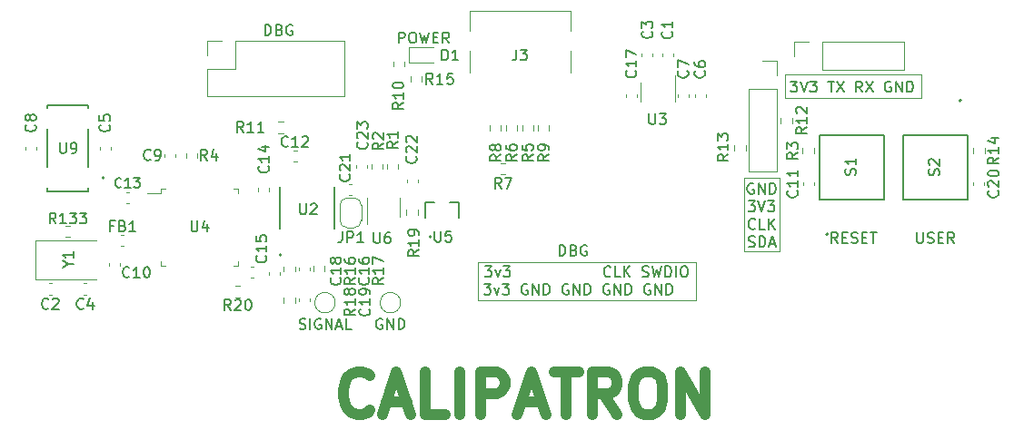
<source format=gto>
G04 #@! TF.GenerationSoftware,KiCad,Pcbnew,(5.1.12)-1*
G04 #@! TF.CreationDate,2024-09-15T14:26:27+03:00*
G04 #@! TF.ProjectId,CaliperPCB,43616c69-7065-4725-9043-422e6b696361,rev?*
G04 #@! TF.SameCoordinates,Original*
G04 #@! TF.FileFunction,Legend,Top*
G04 #@! TF.FilePolarity,Positive*
%FSLAX46Y46*%
G04 Gerber Fmt 4.6, Leading zero omitted, Abs format (unit mm)*
G04 Created by KiCad (PCBNEW (5.1.12)-1) date 2024-09-15 14:26:27*
%MOMM*%
%LPD*%
G01*
G04 APERTURE LIST*
%ADD10C,0.150000*%
%ADD11C,0.120000*%
%ADD12C,1.000000*%
%ADD13C,0.200000*%
%ADD14C,0.127000*%
%ADD15C,1.500000*%
%ADD16O,1.700000X1.700000*%
%ADD17R,1.700000X1.700000*%
%ADD18C,0.500000*%
%ADD19R,0.650000X1.220000*%
%ADD20R,0.650000X1.060000*%
%ADD21C,0.100000*%
%ADD22R,2.000000X2.400000*%
%ADD23O,1.000000X1.600000*%
%ADD24C,0.650000*%
%ADD25O,1.000000X2.100000*%
%ADD26R,0.300000X1.450000*%
%ADD27R,0.600000X1.450000*%
G04 APERTURE END LIST*
D10*
X160536095Y-105608380D02*
X160536095Y-104608380D01*
X160774190Y-104608380D01*
X160917047Y-104656000D01*
X161012285Y-104751238D01*
X161059904Y-104846476D01*
X161107523Y-105036952D01*
X161107523Y-105179809D01*
X161059904Y-105370285D01*
X161012285Y-105465523D01*
X160917047Y-105560761D01*
X160774190Y-105608380D01*
X160536095Y-105608380D01*
X161869428Y-105084571D02*
X162012285Y-105132190D01*
X162059904Y-105179809D01*
X162107523Y-105275047D01*
X162107523Y-105417904D01*
X162059904Y-105513142D01*
X162012285Y-105560761D01*
X161917047Y-105608380D01*
X161536095Y-105608380D01*
X161536095Y-104608380D01*
X161869428Y-104608380D01*
X161964666Y-104656000D01*
X162012285Y-104703619D01*
X162059904Y-104798857D01*
X162059904Y-104894095D01*
X162012285Y-104989333D01*
X161964666Y-105036952D01*
X161869428Y-105084571D01*
X161536095Y-105084571D01*
X163059904Y-104656000D02*
X162964666Y-104608380D01*
X162821809Y-104608380D01*
X162678952Y-104656000D01*
X162583714Y-104751238D01*
X162536095Y-104846476D01*
X162488476Y-105036952D01*
X162488476Y-105179809D01*
X162536095Y-105370285D01*
X162583714Y-105465523D01*
X162678952Y-105560761D01*
X162821809Y-105608380D01*
X162917047Y-105608380D01*
X163059904Y-105560761D01*
X163107523Y-105513142D01*
X163107523Y-105179809D01*
X162917047Y-105179809D01*
D11*
X152908000Y-109728000D02*
X152908000Y-106172000D01*
X173228000Y-109728000D02*
X152908000Y-109728000D01*
X173228000Y-106172000D02*
X173228000Y-109728000D01*
X152908000Y-106172000D02*
X173228000Y-106172000D01*
D10*
X153591714Y-106577380D02*
X154210761Y-106577380D01*
X153877428Y-106958333D01*
X154020285Y-106958333D01*
X154115523Y-107005952D01*
X154163142Y-107053571D01*
X154210761Y-107148809D01*
X154210761Y-107386904D01*
X154163142Y-107482142D01*
X154115523Y-107529761D01*
X154020285Y-107577380D01*
X153734571Y-107577380D01*
X153639333Y-107529761D01*
X153591714Y-107482142D01*
X154544095Y-106910714D02*
X154782190Y-107577380D01*
X155020285Y-106910714D01*
X155306000Y-106577380D02*
X155925047Y-106577380D01*
X155591714Y-106958333D01*
X155734571Y-106958333D01*
X155829809Y-107005952D01*
X155877428Y-107053571D01*
X155925047Y-107148809D01*
X155925047Y-107386904D01*
X155877428Y-107482142D01*
X155829809Y-107529761D01*
X155734571Y-107577380D01*
X155448857Y-107577380D01*
X155353619Y-107529761D01*
X155306000Y-107482142D01*
X165306000Y-107482142D02*
X165258380Y-107529761D01*
X165115523Y-107577380D01*
X165020285Y-107577380D01*
X164877428Y-107529761D01*
X164782190Y-107434523D01*
X164734571Y-107339285D01*
X164686952Y-107148809D01*
X164686952Y-107005952D01*
X164734571Y-106815476D01*
X164782190Y-106720238D01*
X164877428Y-106625000D01*
X165020285Y-106577380D01*
X165115523Y-106577380D01*
X165258380Y-106625000D01*
X165306000Y-106672619D01*
X166210761Y-107577380D02*
X165734571Y-107577380D01*
X165734571Y-106577380D01*
X166544095Y-107577380D02*
X166544095Y-106577380D01*
X167115523Y-107577380D02*
X166686952Y-107005952D01*
X167115523Y-106577380D02*
X166544095Y-107148809D01*
X168258380Y-107529761D02*
X168401238Y-107577380D01*
X168639333Y-107577380D01*
X168734571Y-107529761D01*
X168782190Y-107482142D01*
X168829809Y-107386904D01*
X168829809Y-107291666D01*
X168782190Y-107196428D01*
X168734571Y-107148809D01*
X168639333Y-107101190D01*
X168448857Y-107053571D01*
X168353619Y-107005952D01*
X168306000Y-106958333D01*
X168258380Y-106863095D01*
X168258380Y-106767857D01*
X168306000Y-106672619D01*
X168353619Y-106625000D01*
X168448857Y-106577380D01*
X168686952Y-106577380D01*
X168829809Y-106625000D01*
X169163142Y-106577380D02*
X169401238Y-107577380D01*
X169591714Y-106863095D01*
X169782190Y-107577380D01*
X170020285Y-106577380D01*
X170401238Y-107577380D02*
X170401238Y-106577380D01*
X170639333Y-106577380D01*
X170782190Y-106625000D01*
X170877428Y-106720238D01*
X170925047Y-106815476D01*
X170972666Y-107005952D01*
X170972666Y-107148809D01*
X170925047Y-107339285D01*
X170877428Y-107434523D01*
X170782190Y-107529761D01*
X170639333Y-107577380D01*
X170401238Y-107577380D01*
X171401238Y-107577380D02*
X171401238Y-106577380D01*
X172067904Y-106577380D02*
X172258380Y-106577380D01*
X172353619Y-106625000D01*
X172448857Y-106720238D01*
X172496476Y-106910714D01*
X172496476Y-107244047D01*
X172448857Y-107434523D01*
X172353619Y-107529761D01*
X172258380Y-107577380D01*
X172067904Y-107577380D01*
X171972666Y-107529761D01*
X171877428Y-107434523D01*
X171829809Y-107244047D01*
X171829809Y-106910714D01*
X171877428Y-106720238D01*
X171972666Y-106625000D01*
X172067904Y-106577380D01*
X153496476Y-108227380D02*
X154115523Y-108227380D01*
X153782190Y-108608333D01*
X153925047Y-108608333D01*
X154020285Y-108655952D01*
X154067904Y-108703571D01*
X154115523Y-108798809D01*
X154115523Y-109036904D01*
X154067904Y-109132142D01*
X154020285Y-109179761D01*
X153925047Y-109227380D01*
X153639333Y-109227380D01*
X153544095Y-109179761D01*
X153496476Y-109132142D01*
X154448857Y-108560714D02*
X154686952Y-109227380D01*
X154925047Y-108560714D01*
X155210761Y-108227380D02*
X155829809Y-108227380D01*
X155496476Y-108608333D01*
X155639333Y-108608333D01*
X155734571Y-108655952D01*
X155782190Y-108703571D01*
X155829809Y-108798809D01*
X155829809Y-109036904D01*
X155782190Y-109132142D01*
X155734571Y-109179761D01*
X155639333Y-109227380D01*
X155353619Y-109227380D01*
X155258380Y-109179761D01*
X155210761Y-109132142D01*
X157544095Y-108275000D02*
X157448857Y-108227380D01*
X157306000Y-108227380D01*
X157163142Y-108275000D01*
X157067904Y-108370238D01*
X157020285Y-108465476D01*
X156972666Y-108655952D01*
X156972666Y-108798809D01*
X157020285Y-108989285D01*
X157067904Y-109084523D01*
X157163142Y-109179761D01*
X157306000Y-109227380D01*
X157401238Y-109227380D01*
X157544095Y-109179761D01*
X157591714Y-109132142D01*
X157591714Y-108798809D01*
X157401238Y-108798809D01*
X158020285Y-109227380D02*
X158020285Y-108227380D01*
X158591714Y-109227380D01*
X158591714Y-108227380D01*
X159067904Y-109227380D02*
X159067904Y-108227380D01*
X159306000Y-108227380D01*
X159448857Y-108275000D01*
X159544095Y-108370238D01*
X159591714Y-108465476D01*
X159639333Y-108655952D01*
X159639333Y-108798809D01*
X159591714Y-108989285D01*
X159544095Y-109084523D01*
X159448857Y-109179761D01*
X159306000Y-109227380D01*
X159067904Y-109227380D01*
X161353619Y-108275000D02*
X161258380Y-108227380D01*
X161115523Y-108227380D01*
X160972666Y-108275000D01*
X160877428Y-108370238D01*
X160829809Y-108465476D01*
X160782190Y-108655952D01*
X160782190Y-108798809D01*
X160829809Y-108989285D01*
X160877428Y-109084523D01*
X160972666Y-109179761D01*
X161115523Y-109227380D01*
X161210761Y-109227380D01*
X161353619Y-109179761D01*
X161401238Y-109132142D01*
X161401238Y-108798809D01*
X161210761Y-108798809D01*
X161829809Y-109227380D02*
X161829809Y-108227380D01*
X162401238Y-109227380D01*
X162401238Y-108227380D01*
X162877428Y-109227380D02*
X162877428Y-108227380D01*
X163115523Y-108227380D01*
X163258380Y-108275000D01*
X163353619Y-108370238D01*
X163401238Y-108465476D01*
X163448857Y-108655952D01*
X163448857Y-108798809D01*
X163401238Y-108989285D01*
X163353619Y-109084523D01*
X163258380Y-109179761D01*
X163115523Y-109227380D01*
X162877428Y-109227380D01*
X165163142Y-108275000D02*
X165067904Y-108227380D01*
X164925047Y-108227380D01*
X164782190Y-108275000D01*
X164686952Y-108370238D01*
X164639333Y-108465476D01*
X164591714Y-108655952D01*
X164591714Y-108798809D01*
X164639333Y-108989285D01*
X164686952Y-109084523D01*
X164782190Y-109179761D01*
X164925047Y-109227380D01*
X165020285Y-109227380D01*
X165163142Y-109179761D01*
X165210761Y-109132142D01*
X165210761Y-108798809D01*
X165020285Y-108798809D01*
X165639333Y-109227380D02*
X165639333Y-108227380D01*
X166210761Y-109227380D01*
X166210761Y-108227380D01*
X166686952Y-109227380D02*
X166686952Y-108227380D01*
X166925047Y-108227380D01*
X167067904Y-108275000D01*
X167163142Y-108370238D01*
X167210761Y-108465476D01*
X167258380Y-108655952D01*
X167258380Y-108798809D01*
X167210761Y-108989285D01*
X167163142Y-109084523D01*
X167067904Y-109179761D01*
X166925047Y-109227380D01*
X166686952Y-109227380D01*
X168972666Y-108275000D02*
X168877428Y-108227380D01*
X168734571Y-108227380D01*
X168591714Y-108275000D01*
X168496476Y-108370238D01*
X168448857Y-108465476D01*
X168401238Y-108655952D01*
X168401238Y-108798809D01*
X168448857Y-108989285D01*
X168496476Y-109084523D01*
X168591714Y-109179761D01*
X168734571Y-109227380D01*
X168829809Y-109227380D01*
X168972666Y-109179761D01*
X169020285Y-109132142D01*
X169020285Y-108798809D01*
X168829809Y-108798809D01*
X169448857Y-109227380D02*
X169448857Y-108227380D01*
X170020285Y-109227380D01*
X170020285Y-108227380D01*
X170496476Y-109227380D02*
X170496476Y-108227380D01*
X170734571Y-108227380D01*
X170877428Y-108275000D01*
X170972666Y-108370238D01*
X171020285Y-108465476D01*
X171067904Y-108655952D01*
X171067904Y-108798809D01*
X171020285Y-108989285D01*
X170972666Y-109084523D01*
X170877428Y-109179761D01*
X170734571Y-109227380D01*
X170496476Y-109227380D01*
D12*
X142873809Y-120028571D02*
X142683333Y-120219047D01*
X142111904Y-120409523D01*
X141730952Y-120409523D01*
X141159523Y-120219047D01*
X140778571Y-119838095D01*
X140588095Y-119457142D01*
X140397619Y-118695238D01*
X140397619Y-118123809D01*
X140588095Y-117361904D01*
X140778571Y-116980952D01*
X141159523Y-116600000D01*
X141730952Y-116409523D01*
X142111904Y-116409523D01*
X142683333Y-116600000D01*
X142873809Y-116790476D01*
X144397619Y-119266666D02*
X146302380Y-119266666D01*
X144016666Y-120409523D02*
X145349999Y-116409523D01*
X146683333Y-120409523D01*
X149921428Y-120409523D02*
X148016666Y-120409523D01*
X148016666Y-116409523D01*
X151254761Y-120409523D02*
X151254761Y-116409523D01*
X153159523Y-120409523D02*
X153159523Y-116409523D01*
X154683333Y-116409523D01*
X155064285Y-116600000D01*
X155254761Y-116790476D01*
X155445238Y-117171428D01*
X155445238Y-117742857D01*
X155254761Y-118123809D01*
X155064285Y-118314285D01*
X154683333Y-118504761D01*
X153159523Y-118504761D01*
X156969047Y-119266666D02*
X158873809Y-119266666D01*
X156588095Y-120409523D02*
X157921428Y-116409523D01*
X159254761Y-120409523D01*
X160016666Y-116409523D02*
X162302380Y-116409523D01*
X161159523Y-120409523D02*
X161159523Y-116409523D01*
X165921428Y-120409523D02*
X164588095Y-118504761D01*
X163635714Y-120409523D02*
X163635714Y-116409523D01*
X165159523Y-116409523D01*
X165540476Y-116600000D01*
X165730952Y-116790476D01*
X165921428Y-117171428D01*
X165921428Y-117742857D01*
X165730952Y-118123809D01*
X165540476Y-118314285D01*
X165159523Y-118504761D01*
X163635714Y-118504761D01*
X168397619Y-116409523D02*
X169159523Y-116409523D01*
X169540476Y-116600000D01*
X169921428Y-116980952D01*
X170111904Y-117742857D01*
X170111904Y-119076190D01*
X169921428Y-119838095D01*
X169540476Y-120219047D01*
X169159523Y-120409523D01*
X168397619Y-120409523D01*
X168016666Y-120219047D01*
X167635714Y-119838095D01*
X167445238Y-119076190D01*
X167445238Y-117742857D01*
X167635714Y-116980952D01*
X168016666Y-116600000D01*
X168397619Y-116409523D01*
X171826190Y-120409523D02*
X171826190Y-116409523D01*
X174111904Y-120409523D01*
X174111904Y-116409523D01*
D10*
X133104095Y-85034380D02*
X133104095Y-84034380D01*
X133342190Y-84034380D01*
X133485047Y-84082000D01*
X133580285Y-84177238D01*
X133627904Y-84272476D01*
X133675523Y-84462952D01*
X133675523Y-84605809D01*
X133627904Y-84796285D01*
X133580285Y-84891523D01*
X133485047Y-84986761D01*
X133342190Y-85034380D01*
X133104095Y-85034380D01*
X134437428Y-84510571D02*
X134580285Y-84558190D01*
X134627904Y-84605809D01*
X134675523Y-84701047D01*
X134675523Y-84843904D01*
X134627904Y-84939142D01*
X134580285Y-84986761D01*
X134485047Y-85034380D01*
X134104095Y-85034380D01*
X134104095Y-84034380D01*
X134437428Y-84034380D01*
X134532666Y-84082000D01*
X134580285Y-84129619D01*
X134627904Y-84224857D01*
X134627904Y-84320095D01*
X134580285Y-84415333D01*
X134532666Y-84462952D01*
X134437428Y-84510571D01*
X134104095Y-84510571D01*
X135627904Y-84082000D02*
X135532666Y-84034380D01*
X135389809Y-84034380D01*
X135246952Y-84082000D01*
X135151714Y-84177238D01*
X135104095Y-84272476D01*
X135056476Y-84462952D01*
X135056476Y-84605809D01*
X135104095Y-84796285D01*
X135151714Y-84891523D01*
X135246952Y-84986761D01*
X135389809Y-85034380D01*
X135485047Y-85034380D01*
X135627904Y-84986761D01*
X135675523Y-84939142D01*
X135675523Y-84605809D01*
X135485047Y-84605809D01*
D11*
X177724000Y-105156000D02*
X177724000Y-98298000D01*
X181026000Y-105156000D02*
X177724000Y-105156000D01*
X181026000Y-98298000D02*
X181026000Y-105156000D01*
X177724000Y-98298000D02*
X181026000Y-98298000D01*
D10*
X178613095Y-98879000D02*
X178517857Y-98831380D01*
X178375000Y-98831380D01*
X178232142Y-98879000D01*
X178136904Y-98974238D01*
X178089285Y-99069476D01*
X178041666Y-99259952D01*
X178041666Y-99402809D01*
X178089285Y-99593285D01*
X178136904Y-99688523D01*
X178232142Y-99783761D01*
X178375000Y-99831380D01*
X178470238Y-99831380D01*
X178613095Y-99783761D01*
X178660714Y-99736142D01*
X178660714Y-99402809D01*
X178470238Y-99402809D01*
X179089285Y-99831380D02*
X179089285Y-98831380D01*
X179660714Y-99831380D01*
X179660714Y-98831380D01*
X180136904Y-99831380D02*
X180136904Y-98831380D01*
X180375000Y-98831380D01*
X180517857Y-98879000D01*
X180613095Y-98974238D01*
X180660714Y-99069476D01*
X180708333Y-99259952D01*
X180708333Y-99402809D01*
X180660714Y-99593285D01*
X180613095Y-99688523D01*
X180517857Y-99783761D01*
X180375000Y-99831380D01*
X180136904Y-99831380D01*
X178136904Y-100481380D02*
X178755952Y-100481380D01*
X178422619Y-100862333D01*
X178565476Y-100862333D01*
X178660714Y-100909952D01*
X178708333Y-100957571D01*
X178755952Y-101052809D01*
X178755952Y-101290904D01*
X178708333Y-101386142D01*
X178660714Y-101433761D01*
X178565476Y-101481380D01*
X178279761Y-101481380D01*
X178184523Y-101433761D01*
X178136904Y-101386142D01*
X179041666Y-100481380D02*
X179375000Y-101481380D01*
X179708333Y-100481380D01*
X179946428Y-100481380D02*
X180565476Y-100481380D01*
X180232142Y-100862333D01*
X180375000Y-100862333D01*
X180470238Y-100909952D01*
X180517857Y-100957571D01*
X180565476Y-101052809D01*
X180565476Y-101290904D01*
X180517857Y-101386142D01*
X180470238Y-101433761D01*
X180375000Y-101481380D01*
X180089285Y-101481380D01*
X179994047Y-101433761D01*
X179946428Y-101386142D01*
X178779761Y-103036142D02*
X178732142Y-103083761D01*
X178589285Y-103131380D01*
X178494047Y-103131380D01*
X178351190Y-103083761D01*
X178255952Y-102988523D01*
X178208333Y-102893285D01*
X178160714Y-102702809D01*
X178160714Y-102559952D01*
X178208333Y-102369476D01*
X178255952Y-102274238D01*
X178351190Y-102179000D01*
X178494047Y-102131380D01*
X178589285Y-102131380D01*
X178732142Y-102179000D01*
X178779761Y-102226619D01*
X179684523Y-103131380D02*
X179208333Y-103131380D01*
X179208333Y-102131380D01*
X180017857Y-103131380D02*
X180017857Y-102131380D01*
X180589285Y-103131380D02*
X180160714Y-102559952D01*
X180589285Y-102131380D02*
X180017857Y-102702809D01*
X178160714Y-104733761D02*
X178303571Y-104781380D01*
X178541666Y-104781380D01*
X178636904Y-104733761D01*
X178684523Y-104686142D01*
X178732142Y-104590904D01*
X178732142Y-104495666D01*
X178684523Y-104400428D01*
X178636904Y-104352809D01*
X178541666Y-104305190D01*
X178351190Y-104257571D01*
X178255952Y-104209952D01*
X178208333Y-104162333D01*
X178160714Y-104067095D01*
X178160714Y-103971857D01*
X178208333Y-103876619D01*
X178255952Y-103829000D01*
X178351190Y-103781380D01*
X178589285Y-103781380D01*
X178732142Y-103829000D01*
X179160714Y-104781380D02*
X179160714Y-103781380D01*
X179398809Y-103781380D01*
X179541666Y-103829000D01*
X179636904Y-103924238D01*
X179684523Y-104019476D01*
X179732142Y-104209952D01*
X179732142Y-104352809D01*
X179684523Y-104543285D01*
X179636904Y-104638523D01*
X179541666Y-104733761D01*
X179398809Y-104781380D01*
X179160714Y-104781380D01*
X180113095Y-104495666D02*
X180589285Y-104495666D01*
X180017857Y-104781380D02*
X180351190Y-103781380D01*
X180684523Y-104781380D01*
X182071904Y-89322380D02*
X182690952Y-89322380D01*
X182357619Y-89703333D01*
X182500476Y-89703333D01*
X182595714Y-89750952D01*
X182643333Y-89798571D01*
X182690952Y-89893809D01*
X182690952Y-90131904D01*
X182643333Y-90227142D01*
X182595714Y-90274761D01*
X182500476Y-90322380D01*
X182214761Y-90322380D01*
X182119523Y-90274761D01*
X182071904Y-90227142D01*
X182976666Y-89322380D02*
X183310000Y-90322380D01*
X183643333Y-89322380D01*
X183881428Y-89322380D02*
X184500476Y-89322380D01*
X184167142Y-89703333D01*
X184310000Y-89703333D01*
X184405238Y-89750952D01*
X184452857Y-89798571D01*
X184500476Y-89893809D01*
X184500476Y-90131904D01*
X184452857Y-90227142D01*
X184405238Y-90274761D01*
X184310000Y-90322380D01*
X184024285Y-90322380D01*
X183929047Y-90274761D01*
X183881428Y-90227142D01*
X185548095Y-89322380D02*
X186119523Y-89322380D01*
X185833809Y-90322380D02*
X185833809Y-89322380D01*
X186357619Y-89322380D02*
X187024285Y-90322380D01*
X187024285Y-89322380D02*
X186357619Y-90322380D01*
X188738571Y-90322380D02*
X188405238Y-89846190D01*
X188167142Y-90322380D02*
X188167142Y-89322380D01*
X188548095Y-89322380D01*
X188643333Y-89370000D01*
X188690952Y-89417619D01*
X188738571Y-89512857D01*
X188738571Y-89655714D01*
X188690952Y-89750952D01*
X188643333Y-89798571D01*
X188548095Y-89846190D01*
X188167142Y-89846190D01*
X189071904Y-89322380D02*
X189738571Y-90322380D01*
X189738571Y-89322380D02*
X189071904Y-90322380D01*
X191405238Y-89370000D02*
X191310000Y-89322380D01*
X191167142Y-89322380D01*
X191024285Y-89370000D01*
X190929047Y-89465238D01*
X190881428Y-89560476D01*
X190833809Y-89750952D01*
X190833809Y-89893809D01*
X190881428Y-90084285D01*
X190929047Y-90179523D01*
X191024285Y-90274761D01*
X191167142Y-90322380D01*
X191262380Y-90322380D01*
X191405238Y-90274761D01*
X191452857Y-90227142D01*
X191452857Y-89893809D01*
X191262380Y-89893809D01*
X191881428Y-90322380D02*
X191881428Y-89322380D01*
X192452857Y-90322380D01*
X192452857Y-89322380D01*
X192929047Y-90322380D02*
X192929047Y-89322380D01*
X193167142Y-89322380D01*
X193310000Y-89370000D01*
X193405238Y-89465238D01*
X193452857Y-89560476D01*
X193500476Y-89750952D01*
X193500476Y-89893809D01*
X193452857Y-90084285D01*
X193405238Y-90179523D01*
X193310000Y-90274761D01*
X193167142Y-90322380D01*
X192929047Y-90322380D01*
D11*
X194216000Y-90910000D02*
X181546000Y-90910000D01*
X194216000Y-88690000D02*
X194216000Y-90910000D01*
X181546000Y-90910000D02*
X181546000Y-88690000D01*
X181546000Y-88690000D02*
X194216000Y-88690000D01*
D10*
X145570476Y-85742380D02*
X145570476Y-84742380D01*
X145951428Y-84742380D01*
X146046666Y-84790000D01*
X146094285Y-84837619D01*
X146141904Y-84932857D01*
X146141904Y-85075714D01*
X146094285Y-85170952D01*
X146046666Y-85218571D01*
X145951428Y-85266190D01*
X145570476Y-85266190D01*
X146760952Y-84742380D02*
X146951428Y-84742380D01*
X147046666Y-84790000D01*
X147141904Y-84885238D01*
X147189523Y-85075714D01*
X147189523Y-85409047D01*
X147141904Y-85599523D01*
X147046666Y-85694761D01*
X146951428Y-85742380D01*
X146760952Y-85742380D01*
X146665714Y-85694761D01*
X146570476Y-85599523D01*
X146522857Y-85409047D01*
X146522857Y-85075714D01*
X146570476Y-84885238D01*
X146665714Y-84790000D01*
X146760952Y-84742380D01*
X147522857Y-84742380D02*
X147760952Y-85742380D01*
X147951428Y-85028095D01*
X148141904Y-85742380D01*
X148380000Y-84742380D01*
X148760952Y-85218571D02*
X149094285Y-85218571D01*
X149237142Y-85742380D02*
X148760952Y-85742380D01*
X148760952Y-84742380D01*
X149237142Y-84742380D01*
X150237142Y-85742380D02*
X149903809Y-85266190D01*
X149665714Y-85742380D02*
X149665714Y-84742380D01*
X150046666Y-84742380D01*
X150141904Y-84790000D01*
X150189523Y-84837619D01*
X150237142Y-84932857D01*
X150237142Y-85075714D01*
X150189523Y-85170952D01*
X150141904Y-85218571D01*
X150046666Y-85266190D01*
X149665714Y-85266190D01*
X193835714Y-103422380D02*
X193835714Y-104231904D01*
X193883333Y-104327142D01*
X193930952Y-104374761D01*
X194026190Y-104422380D01*
X194216666Y-104422380D01*
X194311904Y-104374761D01*
X194359523Y-104327142D01*
X194407142Y-104231904D01*
X194407142Y-103422380D01*
X194835714Y-104374761D02*
X194978571Y-104422380D01*
X195216666Y-104422380D01*
X195311904Y-104374761D01*
X195359523Y-104327142D01*
X195407142Y-104231904D01*
X195407142Y-104136666D01*
X195359523Y-104041428D01*
X195311904Y-103993809D01*
X195216666Y-103946190D01*
X195026190Y-103898571D01*
X194930952Y-103850952D01*
X194883333Y-103803333D01*
X194835714Y-103708095D01*
X194835714Y-103612857D01*
X194883333Y-103517619D01*
X194930952Y-103470000D01*
X195026190Y-103422380D01*
X195264285Y-103422380D01*
X195407142Y-103470000D01*
X195835714Y-103898571D02*
X196169047Y-103898571D01*
X196311904Y-104422380D02*
X195835714Y-104422380D01*
X195835714Y-103422380D01*
X196311904Y-103422380D01*
X197311904Y-104422380D02*
X196978571Y-103946190D01*
X196740476Y-104422380D02*
X196740476Y-103422380D01*
X197121428Y-103422380D01*
X197216666Y-103470000D01*
X197264285Y-103517619D01*
X197311904Y-103612857D01*
X197311904Y-103755714D01*
X197264285Y-103850952D01*
X197216666Y-103898571D01*
X197121428Y-103946190D01*
X196740476Y-103946190D01*
X186457619Y-104422380D02*
X186124285Y-103946190D01*
X185886190Y-104422380D02*
X185886190Y-103422380D01*
X186267142Y-103422380D01*
X186362380Y-103470000D01*
X186410000Y-103517619D01*
X186457619Y-103612857D01*
X186457619Y-103755714D01*
X186410000Y-103850952D01*
X186362380Y-103898571D01*
X186267142Y-103946190D01*
X185886190Y-103946190D01*
X186886190Y-103898571D02*
X187219523Y-103898571D01*
X187362380Y-104422380D02*
X186886190Y-104422380D01*
X186886190Y-103422380D01*
X187362380Y-103422380D01*
X187743333Y-104374761D02*
X187886190Y-104422380D01*
X188124285Y-104422380D01*
X188219523Y-104374761D01*
X188267142Y-104327142D01*
X188314761Y-104231904D01*
X188314761Y-104136666D01*
X188267142Y-104041428D01*
X188219523Y-103993809D01*
X188124285Y-103946190D01*
X187933809Y-103898571D01*
X187838571Y-103850952D01*
X187790952Y-103803333D01*
X187743333Y-103708095D01*
X187743333Y-103612857D01*
X187790952Y-103517619D01*
X187838571Y-103470000D01*
X187933809Y-103422380D01*
X188171904Y-103422380D01*
X188314761Y-103470000D01*
X188743333Y-103898571D02*
X189076666Y-103898571D01*
X189219523Y-104422380D02*
X188743333Y-104422380D01*
X188743333Y-103422380D01*
X189219523Y-103422380D01*
X189505238Y-103422380D02*
X190076666Y-103422380D01*
X189790952Y-104422380D02*
X189790952Y-103422380D01*
D11*
X145730000Y-109982000D02*
G75*
G03*
X145730000Y-109982000I-950000J0D01*
G01*
X139634000Y-109982000D02*
G75*
G03*
X139634000Y-109982000I-950000J0D01*
G01*
X134857500Y-109507742D02*
X134857500Y-109982258D01*
X135902500Y-109507742D02*
X135902500Y-109982258D01*
X137577498Y-106562742D02*
X137577498Y-107037258D01*
X138622498Y-106562742D02*
X138622498Y-107037258D01*
X134844166Y-106607742D02*
X134844166Y-107082258D01*
X135889166Y-106607742D02*
X135889166Y-107082258D01*
X137270000Y-109885580D02*
X137270000Y-109604420D01*
X136250000Y-109885580D02*
X136250000Y-109604420D01*
X133490000Y-107139420D02*
X133490000Y-107420580D01*
X134510000Y-107139420D02*
X134510000Y-107420580D01*
X137243332Y-106985580D02*
X137243332Y-106704420D01*
X136223332Y-106985580D02*
X136223332Y-106704420D01*
X127702000Y-86868000D02*
X127702000Y-85538000D01*
X127702000Y-85538000D02*
X129032000Y-85538000D01*
X127702000Y-88138000D02*
X130302000Y-88138000D01*
X130302000Y-88138000D02*
X130302000Y-85538000D01*
X130302000Y-85538000D02*
X140522000Y-85538000D01*
X140522000Y-90738000D02*
X140522000Y-85538000D01*
X127702000Y-90738000D02*
X140522000Y-90738000D01*
X127702000Y-90738000D02*
X127702000Y-88138000D01*
X159582500Y-93917258D02*
X159582500Y-93442742D01*
X158537500Y-93917258D02*
X158537500Y-93442742D01*
X147315000Y-98469420D02*
X147315000Y-98750580D01*
X146295000Y-98469420D02*
X146295000Y-98750580D01*
X140929420Y-98960000D02*
X141210580Y-98960000D01*
X140929420Y-99980000D02*
X141210580Y-99980000D01*
X136050580Y-96820000D02*
X135769420Y-96820000D01*
X136050580Y-95800000D02*
X135769420Y-95800000D01*
X183210000Y-98749420D02*
X183210000Y-99030580D01*
X184230000Y-98749420D02*
X184230000Y-99030580D01*
X178130000Y-90020000D02*
X180790000Y-90020000D01*
X178130000Y-90020000D02*
X178130000Y-97700000D01*
X178130000Y-97700000D02*
X180790000Y-97700000D01*
X180790000Y-90020000D02*
X180790000Y-97700000D01*
X180790000Y-87420000D02*
X180790000Y-88750000D01*
X179460000Y-87420000D02*
X180790000Y-87420000D01*
X155092500Y-93917258D02*
X155092500Y-93442742D01*
X154047500Y-93917258D02*
X154047500Y-93442742D01*
X155035742Y-98032500D02*
X155510258Y-98032500D01*
X155035742Y-96987500D02*
X155510258Y-96987500D01*
X155575500Y-93442742D02*
X155575500Y-93917258D01*
X156620500Y-93442742D02*
X156620500Y-93917258D01*
X157075500Y-93442742D02*
X157075500Y-93917258D01*
X158120500Y-93442742D02*
X158120500Y-93917258D01*
X145660000Y-101957500D02*
X145660000Y-100197500D01*
X142590000Y-100197500D02*
X142590000Y-102627500D01*
X132480000Y-99294420D02*
X132480000Y-99575580D01*
X133500000Y-99294420D02*
X133500000Y-99575580D01*
D13*
X148580000Y-103822500D02*
G75*
G03*
X148580000Y-103822500I-100000J0D01*
G01*
D14*
X151139000Y-100622500D02*
X151139000Y-102022500D01*
X150280000Y-100622500D02*
X151139000Y-100622500D01*
X148021000Y-100622500D02*
X148880000Y-100622500D01*
X148021000Y-102022500D02*
X148021000Y-100622500D01*
D11*
X171280000Y-91240000D02*
X171280000Y-88790000D01*
X168060000Y-89440000D02*
X168060000Y-91240000D01*
D13*
X134635000Y-105515000D02*
G75*
G03*
X134635000Y-105515000I-100000J0D01*
G01*
D14*
X134515000Y-103110000D02*
X134515000Y-99210000D01*
X139565000Y-103110000D02*
X139565000Y-99210000D01*
D11*
X130318742Y-109488500D02*
X130793258Y-109488500D01*
X130318742Y-108443500D02*
X130793258Y-108443500D01*
X125733500Y-96022742D02*
X125733500Y-96497258D01*
X126778500Y-96022742D02*
X126778500Y-96497258D01*
X142070000Y-100897500D02*
X142070000Y-102297500D01*
X141370000Y-102997500D02*
X140770000Y-102997500D01*
X140070000Y-102297500D02*
X140070000Y-100897500D01*
X140770000Y-100197500D02*
X141370000Y-100197500D01*
X141370000Y-100197500D02*
G75*
G02*
X142070000Y-100897500I0J-700000D01*
G01*
X140070000Y-100897500D02*
G75*
G02*
X140770000Y-100197500I700000J0D01*
G01*
X140770000Y-102997500D02*
G75*
G02*
X140070000Y-102297500I0J700000D01*
G01*
X142070000Y-102297500D02*
G75*
G02*
X141370000Y-102997500I-700000J0D01*
G01*
X176847500Y-95782258D02*
X176847500Y-95307742D01*
X177892500Y-95782258D02*
X177892500Y-95307742D01*
X147327500Y-101799758D02*
X147327500Y-101325242D01*
X146282500Y-101799758D02*
X146282500Y-101325242D01*
X144087500Y-97507258D02*
X144087500Y-97032742D01*
X143042500Y-97507258D02*
X143042500Y-97032742D01*
X144477500Y-97032742D02*
X144477500Y-97507258D01*
X145522500Y-97032742D02*
X145522500Y-97507258D01*
X142640000Y-97410580D02*
X142640000Y-97129420D01*
X141620000Y-97410580D02*
X141620000Y-97129420D01*
D13*
X197968333Y-91105000D02*
G75*
G03*
X197968333Y-91105000I-100000J0D01*
G01*
D14*
X198568333Y-100355000D02*
X198568333Y-94355000D01*
X192568333Y-94355000D02*
X198568333Y-94355000D01*
X192568333Y-100355000D02*
X192568333Y-94355000D01*
X198568333Y-100355000D02*
X192568333Y-100355000D01*
D13*
X185584334Y-103605000D02*
G75*
G03*
X185584334Y-103605000I-100000J0D01*
G01*
D14*
X184784334Y-94355000D02*
X184784334Y-100355000D01*
X190784334Y-100355000D02*
X184784334Y-100355000D01*
X190784334Y-94355000D02*
X190784334Y-100355000D01*
X184784334Y-94355000D02*
X190784334Y-94355000D01*
D11*
X146642500Y-89352258D02*
X146642500Y-88877742D01*
X147687500Y-89352258D02*
X147687500Y-88877742D01*
X148752500Y-86133000D02*
X146467500Y-86133000D01*
X146467500Y-86133000D02*
X146467500Y-87603000D01*
X146467500Y-87603000D02*
X148752500Y-87603000D01*
X199101500Y-96022258D02*
X199101500Y-95547742D01*
X200146500Y-96022258D02*
X200146500Y-95547742D01*
X200134000Y-98749420D02*
X200134000Y-99030580D01*
X199114000Y-98749420D02*
X199114000Y-99030580D01*
X123746000Y-96119420D02*
X123746000Y-96400580D01*
X124766000Y-96119420D02*
X124766000Y-96400580D01*
X181167500Y-93242258D02*
X181167500Y-92767742D01*
X182212500Y-93242258D02*
X182212500Y-92767742D01*
X182390000Y-86950000D02*
X182390000Y-85620000D01*
X182390000Y-85620000D02*
X183720000Y-85620000D01*
X184990000Y-85620000D02*
X192670000Y-85620000D01*
X192670000Y-88280000D02*
X192670000Y-85620000D01*
X184990000Y-88280000D02*
X192670000Y-88280000D01*
X184990000Y-88280000D02*
X184990000Y-85620000D01*
D13*
X118130000Y-98320000D02*
G75*
G03*
X118130000Y-98320000I-100000J0D01*
G01*
D14*
X116630000Y-97350000D02*
X116630000Y-93790000D01*
X112830000Y-97350000D02*
X112830000Y-93790000D01*
X116630000Y-91570000D02*
X116630000Y-91850000D01*
X112830000Y-91570000D02*
X112830000Y-91850000D01*
X116630000Y-99570000D02*
X116630000Y-99290000D01*
X112830000Y-99570000D02*
X112830000Y-99290000D01*
X116630000Y-91570000D02*
X112830000Y-91570000D01*
X116630000Y-99570000D02*
X112830000Y-99570000D01*
D11*
X111666000Y-107805000D02*
X117416000Y-107805000D01*
X111666000Y-104205000D02*
X111666000Y-107805000D01*
X117416000Y-104205000D02*
X111666000Y-104205000D01*
X161548000Y-82714000D02*
X152148000Y-82714000D01*
X152148000Y-88514000D02*
X152148000Y-86514000D01*
X152148000Y-84614000D02*
X152148000Y-82714000D01*
X161548000Y-88514000D02*
X161548000Y-86514000D01*
X161548000Y-84614000D02*
X161548000Y-82714000D01*
X134312742Y-94142500D02*
X134787258Y-94142500D01*
X134312742Y-93097500D02*
X134787258Y-93097500D01*
X120135420Y-100720000D02*
X120416580Y-100720000D01*
X120135420Y-99700000D02*
X120416580Y-99700000D01*
X119679420Y-104720000D02*
X119960580Y-104720000D01*
X119679420Y-103700000D02*
X119960580Y-103700000D01*
X146082500Y-87927258D02*
X146082500Y-87452742D01*
X145037500Y-87927258D02*
X145037500Y-87452742D01*
X123396000Y-99800000D02*
X122106000Y-99800000D01*
X123396000Y-99350000D02*
X123396000Y-99800000D01*
X123846000Y-99350000D02*
X123396000Y-99350000D01*
X130616000Y-99350000D02*
X130616000Y-99800000D01*
X130166000Y-99350000D02*
X130616000Y-99350000D01*
X123396000Y-106570000D02*
X123396000Y-106120000D01*
X123846000Y-106570000D02*
X123396000Y-106570000D01*
X130616000Y-106570000D02*
X130616000Y-106120000D01*
X130166000Y-106570000D02*
X130616000Y-106570000D01*
X183197500Y-96022258D02*
X183197500Y-95547742D01*
X184242500Y-96022258D02*
X184242500Y-95547742D01*
X114953258Y-102787500D02*
X114478742Y-102787500D01*
X114953258Y-103832500D02*
X114478742Y-103832500D01*
X167750000Y-90805580D02*
X167750000Y-90524420D01*
X166730000Y-90805580D02*
X166730000Y-90524420D01*
X132015580Y-106612500D02*
X131734420Y-106612500D01*
X132015580Y-107632500D02*
X131734420Y-107632500D01*
X119555000Y-106555580D02*
X119555000Y-106274420D01*
X118535000Y-106555580D02*
X118535000Y-106274420D01*
X111830000Y-95710580D02*
X111830000Y-95429420D01*
X110810000Y-95710580D02*
X110810000Y-95429420D01*
X171553000Y-90524420D02*
X171553000Y-90805580D01*
X172573000Y-90524420D02*
X172573000Y-90805580D01*
X174166000Y-90805580D02*
X174166000Y-90524420D01*
X173146000Y-90805580D02*
X173146000Y-90524420D01*
X118720000Y-95419420D02*
X118720000Y-95700580D01*
X117700000Y-95419420D02*
X117700000Y-95700580D01*
X116481580Y-108190000D02*
X116200420Y-108190000D01*
X116481580Y-109210000D02*
X116200420Y-109210000D01*
X168210000Y-86728420D02*
X168210000Y-87009580D01*
X169230000Y-86728420D02*
X169230000Y-87009580D01*
X113231580Y-108190000D02*
X112950420Y-108190000D01*
X113231580Y-109210000D02*
X112950420Y-109210000D01*
X170110000Y-86728420D02*
X170110000Y-87009580D01*
X171130000Y-86728420D02*
X171130000Y-87009580D01*
D10*
X144018095Y-111514000D02*
X143922857Y-111466380D01*
X143780000Y-111466380D01*
X143637142Y-111514000D01*
X143541904Y-111609238D01*
X143494285Y-111704476D01*
X143446666Y-111894952D01*
X143446666Y-112037809D01*
X143494285Y-112228285D01*
X143541904Y-112323523D01*
X143637142Y-112418761D01*
X143780000Y-112466380D01*
X143875238Y-112466380D01*
X144018095Y-112418761D01*
X144065714Y-112371142D01*
X144065714Y-112037809D01*
X143875238Y-112037809D01*
X144494285Y-112466380D02*
X144494285Y-111466380D01*
X145065714Y-112466380D01*
X145065714Y-111466380D01*
X145541904Y-112466380D02*
X145541904Y-111466380D01*
X145780000Y-111466380D01*
X145922857Y-111514000D01*
X146018095Y-111609238D01*
X146065714Y-111704476D01*
X146113333Y-111894952D01*
X146113333Y-112037809D01*
X146065714Y-112228285D01*
X146018095Y-112323523D01*
X145922857Y-112418761D01*
X145780000Y-112466380D01*
X145541904Y-112466380D01*
X136303047Y-112418761D02*
X136445904Y-112466380D01*
X136684000Y-112466380D01*
X136779238Y-112418761D01*
X136826857Y-112371142D01*
X136874476Y-112275904D01*
X136874476Y-112180666D01*
X136826857Y-112085428D01*
X136779238Y-112037809D01*
X136684000Y-111990190D01*
X136493523Y-111942571D01*
X136398285Y-111894952D01*
X136350666Y-111847333D01*
X136303047Y-111752095D01*
X136303047Y-111656857D01*
X136350666Y-111561619D01*
X136398285Y-111514000D01*
X136493523Y-111466380D01*
X136731619Y-111466380D01*
X136874476Y-111514000D01*
X137303047Y-112466380D02*
X137303047Y-111466380D01*
X138303047Y-111514000D02*
X138207809Y-111466380D01*
X138064952Y-111466380D01*
X137922095Y-111514000D01*
X137826857Y-111609238D01*
X137779238Y-111704476D01*
X137731619Y-111894952D01*
X137731619Y-112037809D01*
X137779238Y-112228285D01*
X137826857Y-112323523D01*
X137922095Y-112418761D01*
X138064952Y-112466380D01*
X138160190Y-112466380D01*
X138303047Y-112418761D01*
X138350666Y-112371142D01*
X138350666Y-112037809D01*
X138160190Y-112037809D01*
X138779238Y-112466380D02*
X138779238Y-111466380D01*
X139350666Y-112466380D01*
X139350666Y-111466380D01*
X139779238Y-112180666D02*
X140255428Y-112180666D01*
X139684000Y-112466380D02*
X140017333Y-111466380D01*
X140350666Y-112466380D01*
X141160190Y-112466380D02*
X140684000Y-112466380D01*
X140684000Y-111466380D01*
X141482380Y-110572857D02*
X141006190Y-110906190D01*
X141482380Y-111144285D02*
X140482380Y-111144285D01*
X140482380Y-110763333D01*
X140530000Y-110668095D01*
X140577619Y-110620476D01*
X140672857Y-110572857D01*
X140815714Y-110572857D01*
X140910952Y-110620476D01*
X140958571Y-110668095D01*
X141006190Y-110763333D01*
X141006190Y-111144285D01*
X141482380Y-109620476D02*
X141482380Y-110191904D01*
X141482380Y-109906190D02*
X140482380Y-109906190D01*
X140625238Y-110001428D01*
X140720476Y-110096666D01*
X140768095Y-110191904D01*
X140910952Y-109049047D02*
X140863333Y-109144285D01*
X140815714Y-109191904D01*
X140720476Y-109239523D01*
X140672857Y-109239523D01*
X140577619Y-109191904D01*
X140530000Y-109144285D01*
X140482380Y-109049047D01*
X140482380Y-108858571D01*
X140530000Y-108763333D01*
X140577619Y-108715714D01*
X140672857Y-108668095D01*
X140720476Y-108668095D01*
X140815714Y-108715714D01*
X140863333Y-108763333D01*
X140910952Y-108858571D01*
X140910952Y-109049047D01*
X140958571Y-109144285D01*
X141006190Y-109191904D01*
X141101428Y-109239523D01*
X141291904Y-109239523D01*
X141387142Y-109191904D01*
X141434761Y-109144285D01*
X141482380Y-109049047D01*
X141482380Y-108858571D01*
X141434761Y-108763333D01*
X141387142Y-108715714D01*
X141291904Y-108668095D01*
X141101428Y-108668095D01*
X141006190Y-108715714D01*
X140958571Y-108763333D01*
X140910952Y-108858571D01*
X144122379Y-107672857D02*
X143646189Y-108006190D01*
X144122379Y-108244285D02*
X143122379Y-108244285D01*
X143122379Y-107863333D01*
X143169999Y-107768095D01*
X143217618Y-107720476D01*
X143312856Y-107672857D01*
X143455713Y-107672857D01*
X143550951Y-107720476D01*
X143598570Y-107768095D01*
X143646189Y-107863333D01*
X143646189Y-108244285D01*
X144122379Y-106720476D02*
X144122379Y-107291904D01*
X144122379Y-107006190D02*
X143122379Y-107006190D01*
X143265237Y-107101428D01*
X143360475Y-107196666D01*
X143408094Y-107291904D01*
X143122379Y-106387142D02*
X143122379Y-105720476D01*
X144122379Y-106149047D01*
X141495713Y-107672857D02*
X141019523Y-108006190D01*
X141495713Y-108244285D02*
X140495713Y-108244285D01*
X140495713Y-107863333D01*
X140543333Y-107768095D01*
X140590952Y-107720476D01*
X140686190Y-107672857D01*
X140829047Y-107672857D01*
X140924285Y-107720476D01*
X140971904Y-107768095D01*
X141019523Y-107863333D01*
X141019523Y-108244285D01*
X141495713Y-106720476D02*
X141495713Y-107291904D01*
X141495713Y-107006190D02*
X140495713Y-107006190D01*
X140638571Y-107101428D01*
X140733809Y-107196666D01*
X140781428Y-107291904D01*
X140495713Y-105863333D02*
X140495713Y-106053809D01*
X140543333Y-106149047D01*
X140590952Y-106196666D01*
X140733809Y-106291904D01*
X140924285Y-106339523D01*
X141305237Y-106339523D01*
X141400475Y-106291904D01*
X141448094Y-106244285D01*
X141495713Y-106149047D01*
X141495713Y-105958571D01*
X141448094Y-105863333D01*
X141400475Y-105815714D01*
X141305237Y-105768095D01*
X141067142Y-105768095D01*
X140971904Y-105815714D01*
X140924285Y-105863333D01*
X140876666Y-105958571D01*
X140876666Y-106149047D01*
X140924285Y-106244285D01*
X140971904Y-106291904D01*
X141067142Y-106339523D01*
X142787142Y-110572857D02*
X142834761Y-110620476D01*
X142882380Y-110763333D01*
X142882380Y-110858571D01*
X142834761Y-111001428D01*
X142739523Y-111096666D01*
X142644285Y-111144285D01*
X142453809Y-111191904D01*
X142310952Y-111191904D01*
X142120476Y-111144285D01*
X142025238Y-111096666D01*
X141930000Y-111001428D01*
X141882380Y-110858571D01*
X141882380Y-110763333D01*
X141930000Y-110620476D01*
X141977619Y-110572857D01*
X142882380Y-109620476D02*
X142882380Y-110191904D01*
X142882380Y-109906190D02*
X141882380Y-109906190D01*
X142025238Y-110001428D01*
X142120476Y-110096666D01*
X142168095Y-110191904D01*
X142882380Y-109144285D02*
X142882380Y-108953809D01*
X142834761Y-108858571D01*
X142787142Y-108810952D01*
X142644285Y-108715714D01*
X142453809Y-108668095D01*
X142072857Y-108668095D01*
X141977619Y-108715714D01*
X141930000Y-108763333D01*
X141882380Y-108858571D01*
X141882380Y-109049047D01*
X141930000Y-109144285D01*
X141977619Y-109191904D01*
X142072857Y-109239523D01*
X142310952Y-109239523D01*
X142406190Y-109191904D01*
X142453809Y-109144285D01*
X142501428Y-109049047D01*
X142501428Y-108858571D01*
X142453809Y-108763333D01*
X142406190Y-108715714D01*
X142310952Y-108668095D01*
X140087142Y-107672857D02*
X140134761Y-107720476D01*
X140182380Y-107863333D01*
X140182380Y-107958571D01*
X140134761Y-108101428D01*
X140039523Y-108196666D01*
X139944285Y-108244285D01*
X139753809Y-108291904D01*
X139610952Y-108291904D01*
X139420476Y-108244285D01*
X139325238Y-108196666D01*
X139230000Y-108101428D01*
X139182380Y-107958571D01*
X139182380Y-107863333D01*
X139230000Y-107720476D01*
X139277619Y-107672857D01*
X140182380Y-106720476D02*
X140182380Y-107291904D01*
X140182380Y-107006190D02*
X139182380Y-107006190D01*
X139325238Y-107101428D01*
X139420476Y-107196666D01*
X139468095Y-107291904D01*
X139610952Y-106149047D02*
X139563333Y-106244285D01*
X139515714Y-106291904D01*
X139420476Y-106339523D01*
X139372857Y-106339523D01*
X139277619Y-106291904D01*
X139230000Y-106244285D01*
X139182380Y-106149047D01*
X139182380Y-105958571D01*
X139230000Y-105863333D01*
X139277619Y-105815714D01*
X139372857Y-105768095D01*
X139420476Y-105768095D01*
X139515714Y-105815714D01*
X139563333Y-105863333D01*
X139610952Y-105958571D01*
X139610952Y-106149047D01*
X139658571Y-106244285D01*
X139706190Y-106291904D01*
X139801428Y-106339523D01*
X139991904Y-106339523D01*
X140087142Y-106291904D01*
X140134761Y-106244285D01*
X140182380Y-106149047D01*
X140182380Y-105958571D01*
X140134761Y-105863333D01*
X140087142Y-105815714D01*
X139991904Y-105768095D01*
X139801428Y-105768095D01*
X139706190Y-105815714D01*
X139658571Y-105863333D01*
X139610952Y-105958571D01*
X142713808Y-107672857D02*
X142761427Y-107720476D01*
X142809046Y-107863333D01*
X142809046Y-107958571D01*
X142761427Y-108101428D01*
X142666189Y-108196666D01*
X142570951Y-108244285D01*
X142380475Y-108291904D01*
X142237618Y-108291904D01*
X142047142Y-108244285D01*
X141951904Y-108196666D01*
X141856666Y-108101428D01*
X141809046Y-107958571D01*
X141809046Y-107863333D01*
X141856666Y-107720476D01*
X141904285Y-107672857D01*
X142809046Y-106720476D02*
X142809046Y-107291904D01*
X142809046Y-107006190D02*
X141809046Y-107006190D01*
X141951904Y-107101428D01*
X142047142Y-107196666D01*
X142094761Y-107291904D01*
X141809046Y-105863333D02*
X141809046Y-106053809D01*
X141856666Y-106149047D01*
X141904285Y-106196666D01*
X142047142Y-106291904D01*
X142237618Y-106339523D01*
X142618570Y-106339523D01*
X142713808Y-106291904D01*
X142761427Y-106244285D01*
X142809046Y-106149047D01*
X142809046Y-105958571D01*
X142761427Y-105863333D01*
X142713808Y-105815714D01*
X142618570Y-105768095D01*
X142380475Y-105768095D01*
X142285237Y-105815714D01*
X142237618Y-105863333D01*
X142189999Y-105958571D01*
X142189999Y-106149047D01*
X142237618Y-106244285D01*
X142285237Y-106291904D01*
X142380475Y-106339523D01*
X159552380Y-96165666D02*
X159076190Y-96499000D01*
X159552380Y-96737095D02*
X158552380Y-96737095D01*
X158552380Y-96356142D01*
X158600000Y-96260904D01*
X158647619Y-96213285D01*
X158742857Y-96165666D01*
X158885714Y-96165666D01*
X158980952Y-96213285D01*
X159028571Y-96260904D01*
X159076190Y-96356142D01*
X159076190Y-96737095D01*
X159552380Y-95689476D02*
X159552380Y-95499000D01*
X159504761Y-95403761D01*
X159457142Y-95356142D01*
X159314285Y-95260904D01*
X159123809Y-95213285D01*
X158742857Y-95213285D01*
X158647619Y-95260904D01*
X158600000Y-95308523D01*
X158552380Y-95403761D01*
X158552380Y-95594238D01*
X158600000Y-95689476D01*
X158647619Y-95737095D01*
X158742857Y-95784714D01*
X158980952Y-95784714D01*
X159076190Y-95737095D01*
X159123809Y-95689476D01*
X159171428Y-95594238D01*
X159171428Y-95403761D01*
X159123809Y-95308523D01*
X159076190Y-95260904D01*
X158980952Y-95213285D01*
X147147142Y-96332857D02*
X147194761Y-96380476D01*
X147242380Y-96523333D01*
X147242380Y-96618571D01*
X147194761Y-96761428D01*
X147099523Y-96856666D01*
X147004285Y-96904285D01*
X146813809Y-96951904D01*
X146670952Y-96951904D01*
X146480476Y-96904285D01*
X146385238Y-96856666D01*
X146290000Y-96761428D01*
X146242380Y-96618571D01*
X146242380Y-96523333D01*
X146290000Y-96380476D01*
X146337619Y-96332857D01*
X146337619Y-95951904D02*
X146290000Y-95904285D01*
X146242380Y-95809047D01*
X146242380Y-95570952D01*
X146290000Y-95475714D01*
X146337619Y-95428095D01*
X146432857Y-95380476D01*
X146528095Y-95380476D01*
X146670952Y-95428095D01*
X147242380Y-95999523D01*
X147242380Y-95380476D01*
X146337619Y-94999523D02*
X146290000Y-94951904D01*
X146242380Y-94856666D01*
X146242380Y-94618571D01*
X146290000Y-94523333D01*
X146337619Y-94475714D01*
X146432857Y-94428095D01*
X146528095Y-94428095D01*
X146670952Y-94475714D01*
X147242380Y-95047142D01*
X147242380Y-94428095D01*
X140937142Y-98012857D02*
X140984761Y-98060476D01*
X141032380Y-98203333D01*
X141032380Y-98298571D01*
X140984761Y-98441428D01*
X140889523Y-98536666D01*
X140794285Y-98584285D01*
X140603809Y-98631904D01*
X140460952Y-98631904D01*
X140270476Y-98584285D01*
X140175238Y-98536666D01*
X140080000Y-98441428D01*
X140032380Y-98298571D01*
X140032380Y-98203333D01*
X140080000Y-98060476D01*
X140127619Y-98012857D01*
X140127619Y-97631904D02*
X140080000Y-97584285D01*
X140032380Y-97489047D01*
X140032380Y-97250952D01*
X140080000Y-97155714D01*
X140127619Y-97108095D01*
X140222857Y-97060476D01*
X140318095Y-97060476D01*
X140460952Y-97108095D01*
X141032380Y-97679523D01*
X141032380Y-97060476D01*
X141032380Y-96108095D02*
X141032380Y-96679523D01*
X141032380Y-96393809D02*
X140032380Y-96393809D01*
X140175238Y-96489047D01*
X140270476Y-96584285D01*
X140318095Y-96679523D01*
X135237142Y-95347142D02*
X135189523Y-95394761D01*
X135046666Y-95442380D01*
X134951428Y-95442380D01*
X134808571Y-95394761D01*
X134713333Y-95299523D01*
X134665714Y-95204285D01*
X134618095Y-95013809D01*
X134618095Y-94870952D01*
X134665714Y-94680476D01*
X134713333Y-94585238D01*
X134808571Y-94490000D01*
X134951428Y-94442380D01*
X135046666Y-94442380D01*
X135189523Y-94490000D01*
X135237142Y-94537619D01*
X136189523Y-95442380D02*
X135618095Y-95442380D01*
X135903809Y-95442380D02*
X135903809Y-94442380D01*
X135808571Y-94585238D01*
X135713333Y-94680476D01*
X135618095Y-94728095D01*
X136570476Y-94537619D02*
X136618095Y-94490000D01*
X136713333Y-94442380D01*
X136951428Y-94442380D01*
X137046666Y-94490000D01*
X137094285Y-94537619D01*
X137141904Y-94632857D01*
X137141904Y-94728095D01*
X137094285Y-94870952D01*
X136522857Y-95442380D01*
X137141904Y-95442380D01*
X182657142Y-99532857D02*
X182704761Y-99580476D01*
X182752380Y-99723333D01*
X182752380Y-99818571D01*
X182704761Y-99961428D01*
X182609523Y-100056666D01*
X182514285Y-100104285D01*
X182323809Y-100151904D01*
X182180952Y-100151904D01*
X181990476Y-100104285D01*
X181895238Y-100056666D01*
X181800000Y-99961428D01*
X181752380Y-99818571D01*
X181752380Y-99723333D01*
X181800000Y-99580476D01*
X181847619Y-99532857D01*
X182752380Y-98580476D02*
X182752380Y-99151904D01*
X182752380Y-98866190D02*
X181752380Y-98866190D01*
X181895238Y-98961428D01*
X181990476Y-99056666D01*
X182038095Y-99151904D01*
X182752380Y-97628095D02*
X182752380Y-98199523D01*
X182752380Y-97913809D02*
X181752380Y-97913809D01*
X181895238Y-98009047D01*
X181990476Y-98104285D01*
X182038095Y-98199523D01*
X155082380Y-96165666D02*
X154606190Y-96499000D01*
X155082380Y-96737095D02*
X154082380Y-96737095D01*
X154082380Y-96356142D01*
X154130000Y-96260904D01*
X154177619Y-96213285D01*
X154272857Y-96165666D01*
X154415714Y-96165666D01*
X154510952Y-96213285D01*
X154558571Y-96260904D01*
X154606190Y-96356142D01*
X154606190Y-96737095D01*
X154510952Y-95594238D02*
X154463333Y-95689476D01*
X154415714Y-95737095D01*
X154320476Y-95784714D01*
X154272857Y-95784714D01*
X154177619Y-95737095D01*
X154130000Y-95689476D01*
X154082380Y-95594238D01*
X154082380Y-95403761D01*
X154130000Y-95308523D01*
X154177619Y-95260904D01*
X154272857Y-95213285D01*
X154320476Y-95213285D01*
X154415714Y-95260904D01*
X154463333Y-95308523D01*
X154510952Y-95403761D01*
X154510952Y-95594238D01*
X154558571Y-95689476D01*
X154606190Y-95737095D01*
X154701428Y-95784714D01*
X154891904Y-95784714D01*
X154987142Y-95737095D01*
X155034761Y-95689476D01*
X155082380Y-95594238D01*
X155082380Y-95403761D01*
X155034761Y-95308523D01*
X154987142Y-95260904D01*
X154891904Y-95213285D01*
X154701428Y-95213285D01*
X154606190Y-95260904D01*
X154558571Y-95308523D01*
X154510952Y-95403761D01*
X155106333Y-99320380D02*
X154773000Y-98844190D01*
X154534904Y-99320380D02*
X154534904Y-98320380D01*
X154915857Y-98320380D01*
X155011095Y-98368000D01*
X155058714Y-98415619D01*
X155106333Y-98510857D01*
X155106333Y-98653714D01*
X155058714Y-98748952D01*
X155011095Y-98796571D01*
X154915857Y-98844190D01*
X154534904Y-98844190D01*
X155439666Y-98320380D02*
X156106333Y-98320380D01*
X155677761Y-99320380D01*
X156542380Y-96165666D02*
X156066190Y-96499000D01*
X156542380Y-96737095D02*
X155542380Y-96737095D01*
X155542380Y-96356142D01*
X155590000Y-96260904D01*
X155637619Y-96213285D01*
X155732857Y-96165666D01*
X155875714Y-96165666D01*
X155970952Y-96213285D01*
X156018571Y-96260904D01*
X156066190Y-96356142D01*
X156066190Y-96737095D01*
X155542380Y-95308523D02*
X155542380Y-95499000D01*
X155590000Y-95594238D01*
X155637619Y-95641857D01*
X155780476Y-95737095D01*
X155970952Y-95784714D01*
X156351904Y-95784714D01*
X156447142Y-95737095D01*
X156494761Y-95689476D01*
X156542380Y-95594238D01*
X156542380Y-95403761D01*
X156494761Y-95308523D01*
X156447142Y-95260904D01*
X156351904Y-95213285D01*
X156113809Y-95213285D01*
X156018571Y-95260904D01*
X155970952Y-95308523D01*
X155923333Y-95403761D01*
X155923333Y-95594238D01*
X155970952Y-95689476D01*
X156018571Y-95737095D01*
X156113809Y-95784714D01*
X158062380Y-96165666D02*
X157586190Y-96499000D01*
X158062380Y-96737095D02*
X157062380Y-96737095D01*
X157062380Y-96356142D01*
X157110000Y-96260904D01*
X157157619Y-96213285D01*
X157252857Y-96165666D01*
X157395714Y-96165666D01*
X157490952Y-96213285D01*
X157538571Y-96260904D01*
X157586190Y-96356142D01*
X157586190Y-96737095D01*
X157062380Y-95260904D02*
X157062380Y-95737095D01*
X157538571Y-95784714D01*
X157490952Y-95737095D01*
X157443333Y-95641857D01*
X157443333Y-95403761D01*
X157490952Y-95308523D01*
X157538571Y-95260904D01*
X157633809Y-95213285D01*
X157871904Y-95213285D01*
X157967142Y-95260904D01*
X158014761Y-95308523D01*
X158062380Y-95403761D01*
X158062380Y-95641857D01*
X158014761Y-95737095D01*
X157967142Y-95784714D01*
X143238095Y-103419880D02*
X143238095Y-104229404D01*
X143285714Y-104324642D01*
X143333333Y-104372261D01*
X143428571Y-104419880D01*
X143619047Y-104419880D01*
X143714285Y-104372261D01*
X143761904Y-104324642D01*
X143809523Y-104229404D01*
X143809523Y-103419880D01*
X144714285Y-103419880D02*
X144523809Y-103419880D01*
X144428571Y-103467500D01*
X144380952Y-103515119D01*
X144285714Y-103657976D01*
X144238095Y-103848452D01*
X144238095Y-104229404D01*
X144285714Y-104324642D01*
X144333333Y-104372261D01*
X144428571Y-104419880D01*
X144619047Y-104419880D01*
X144714285Y-104372261D01*
X144761904Y-104324642D01*
X144809523Y-104229404D01*
X144809523Y-103991309D01*
X144761904Y-103896071D01*
X144714285Y-103848452D01*
X144619047Y-103800833D01*
X144428571Y-103800833D01*
X144333333Y-103848452D01*
X144285714Y-103896071D01*
X144238095Y-103991309D01*
X133377142Y-97232857D02*
X133424761Y-97280476D01*
X133472380Y-97423333D01*
X133472380Y-97518571D01*
X133424761Y-97661428D01*
X133329523Y-97756666D01*
X133234285Y-97804285D01*
X133043809Y-97851904D01*
X132900952Y-97851904D01*
X132710476Y-97804285D01*
X132615238Y-97756666D01*
X132520000Y-97661428D01*
X132472380Y-97518571D01*
X132472380Y-97423333D01*
X132520000Y-97280476D01*
X132567619Y-97232857D01*
X133472380Y-96280476D02*
X133472380Y-96851904D01*
X133472380Y-96566190D02*
X132472380Y-96566190D01*
X132615238Y-96661428D01*
X132710476Y-96756666D01*
X132758095Y-96851904D01*
X132805714Y-95423333D02*
X133472380Y-95423333D01*
X132424761Y-95661428D02*
X133139047Y-95899523D01*
X133139047Y-95280476D01*
X148918095Y-103304880D02*
X148918095Y-104114404D01*
X148965714Y-104209642D01*
X149013333Y-104257261D01*
X149108571Y-104304880D01*
X149299047Y-104304880D01*
X149394285Y-104257261D01*
X149441904Y-104209642D01*
X149489523Y-104114404D01*
X149489523Y-103304880D01*
X150441904Y-103304880D02*
X149965714Y-103304880D01*
X149918095Y-103781071D01*
X149965714Y-103733452D01*
X150060952Y-103685833D01*
X150299047Y-103685833D01*
X150394285Y-103733452D01*
X150441904Y-103781071D01*
X150489523Y-103876309D01*
X150489523Y-104114404D01*
X150441904Y-104209642D01*
X150394285Y-104257261D01*
X150299047Y-104304880D01*
X150060952Y-104304880D01*
X149965714Y-104257261D01*
X149918095Y-104209642D01*
X168898095Y-92332380D02*
X168898095Y-93141904D01*
X168945714Y-93237142D01*
X168993333Y-93284761D01*
X169088571Y-93332380D01*
X169279047Y-93332380D01*
X169374285Y-93284761D01*
X169421904Y-93237142D01*
X169469523Y-93141904D01*
X169469523Y-92332380D01*
X169850476Y-92332380D02*
X170469523Y-92332380D01*
X170136190Y-92713333D01*
X170279047Y-92713333D01*
X170374285Y-92760952D01*
X170421904Y-92808571D01*
X170469523Y-92903809D01*
X170469523Y-93141904D01*
X170421904Y-93237142D01*
X170374285Y-93284761D01*
X170279047Y-93332380D01*
X169993333Y-93332380D01*
X169898095Y-93284761D01*
X169850476Y-93237142D01*
X136358095Y-100732380D02*
X136358095Y-101541904D01*
X136405714Y-101637142D01*
X136453333Y-101684761D01*
X136548571Y-101732380D01*
X136739047Y-101732380D01*
X136834285Y-101684761D01*
X136881904Y-101637142D01*
X136929523Y-101541904D01*
X136929523Y-100732380D01*
X137358095Y-100827619D02*
X137405714Y-100780000D01*
X137500952Y-100732380D01*
X137739047Y-100732380D01*
X137834285Y-100780000D01*
X137881904Y-100827619D01*
X137929523Y-100922857D01*
X137929523Y-101018095D01*
X137881904Y-101160952D01*
X137310476Y-101732380D01*
X137929523Y-101732380D01*
X129913142Y-110688380D02*
X129579809Y-110212190D01*
X129341714Y-110688380D02*
X129341714Y-109688380D01*
X129722666Y-109688380D01*
X129817904Y-109736000D01*
X129865523Y-109783619D01*
X129913142Y-109878857D01*
X129913142Y-110021714D01*
X129865523Y-110116952D01*
X129817904Y-110164571D01*
X129722666Y-110212190D01*
X129341714Y-110212190D01*
X130294095Y-109783619D02*
X130341714Y-109736000D01*
X130436952Y-109688380D01*
X130675047Y-109688380D01*
X130770285Y-109736000D01*
X130817904Y-109783619D01*
X130865523Y-109878857D01*
X130865523Y-109974095D01*
X130817904Y-110116952D01*
X130246476Y-110688380D01*
X130865523Y-110688380D01*
X131484571Y-109688380D02*
X131579809Y-109688380D01*
X131675047Y-109736000D01*
X131722666Y-109783619D01*
X131770285Y-109878857D01*
X131817904Y-110069333D01*
X131817904Y-110307428D01*
X131770285Y-110497904D01*
X131722666Y-110593142D01*
X131675047Y-110640761D01*
X131579809Y-110688380D01*
X131484571Y-110688380D01*
X131389333Y-110640761D01*
X131341714Y-110593142D01*
X131294095Y-110497904D01*
X131246476Y-110307428D01*
X131246476Y-110069333D01*
X131294095Y-109878857D01*
X131341714Y-109783619D01*
X131389333Y-109736000D01*
X131484571Y-109688380D01*
X127713333Y-96692380D02*
X127380000Y-96216190D01*
X127141904Y-96692380D02*
X127141904Y-95692380D01*
X127522857Y-95692380D01*
X127618095Y-95740000D01*
X127665714Y-95787619D01*
X127713333Y-95882857D01*
X127713333Y-96025714D01*
X127665714Y-96120952D01*
X127618095Y-96168571D01*
X127522857Y-96216190D01*
X127141904Y-96216190D01*
X128570476Y-96025714D02*
X128570476Y-96692380D01*
X128332380Y-95644761D02*
X128094285Y-96359047D01*
X128713333Y-96359047D01*
X140286666Y-103352380D02*
X140286666Y-104066666D01*
X140239047Y-104209523D01*
X140143809Y-104304761D01*
X140000952Y-104352380D01*
X139905714Y-104352380D01*
X140762857Y-104352380D02*
X140762857Y-103352380D01*
X141143809Y-103352380D01*
X141239047Y-103400000D01*
X141286666Y-103447619D01*
X141334285Y-103542857D01*
X141334285Y-103685714D01*
X141286666Y-103780952D01*
X141239047Y-103828571D01*
X141143809Y-103876190D01*
X140762857Y-103876190D01*
X142286666Y-104352380D02*
X141715238Y-104352380D01*
X142000952Y-104352380D02*
X142000952Y-103352380D01*
X141905714Y-103495238D01*
X141810476Y-103590476D01*
X141715238Y-103638095D01*
X176262380Y-96122857D02*
X175786190Y-96456190D01*
X176262380Y-96694285D02*
X175262380Y-96694285D01*
X175262380Y-96313333D01*
X175310000Y-96218095D01*
X175357619Y-96170476D01*
X175452857Y-96122857D01*
X175595714Y-96122857D01*
X175690952Y-96170476D01*
X175738571Y-96218095D01*
X175786190Y-96313333D01*
X175786190Y-96694285D01*
X176262380Y-95170476D02*
X176262380Y-95741904D01*
X176262380Y-95456190D02*
X175262380Y-95456190D01*
X175405238Y-95551428D01*
X175500476Y-95646666D01*
X175548095Y-95741904D01*
X175262380Y-94837142D02*
X175262380Y-94218095D01*
X175643333Y-94551428D01*
X175643333Y-94408571D01*
X175690952Y-94313333D01*
X175738571Y-94265714D01*
X175833809Y-94218095D01*
X176071904Y-94218095D01*
X176167142Y-94265714D01*
X176214761Y-94313333D01*
X176262380Y-94408571D01*
X176262380Y-94694285D01*
X176214761Y-94789523D01*
X176167142Y-94837142D01*
X147427380Y-105050357D02*
X146951190Y-105383690D01*
X147427380Y-105621785D02*
X146427380Y-105621785D01*
X146427380Y-105240833D01*
X146475000Y-105145595D01*
X146522619Y-105097976D01*
X146617857Y-105050357D01*
X146760714Y-105050357D01*
X146855952Y-105097976D01*
X146903571Y-105145595D01*
X146951190Y-105240833D01*
X146951190Y-105621785D01*
X147427380Y-104097976D02*
X147427380Y-104669404D01*
X147427380Y-104383690D02*
X146427380Y-104383690D01*
X146570238Y-104478928D01*
X146665476Y-104574166D01*
X146713095Y-104669404D01*
X147427380Y-103621785D02*
X147427380Y-103431309D01*
X147379761Y-103336071D01*
X147332142Y-103288452D01*
X147189285Y-103193214D01*
X146998809Y-103145595D01*
X146617857Y-103145595D01*
X146522619Y-103193214D01*
X146475000Y-103240833D01*
X146427380Y-103336071D01*
X146427380Y-103526547D01*
X146475000Y-103621785D01*
X146522619Y-103669404D01*
X146617857Y-103717023D01*
X146855952Y-103717023D01*
X146951190Y-103669404D01*
X146998809Y-103621785D01*
X147046428Y-103526547D01*
X147046428Y-103336071D01*
X146998809Y-103240833D01*
X146951190Y-103193214D01*
X146855952Y-103145595D01*
X144127380Y-95086666D02*
X143651190Y-95420000D01*
X144127380Y-95658095D02*
X143127380Y-95658095D01*
X143127380Y-95277142D01*
X143175000Y-95181904D01*
X143222619Y-95134285D01*
X143317857Y-95086666D01*
X143460714Y-95086666D01*
X143555952Y-95134285D01*
X143603571Y-95181904D01*
X143651190Y-95277142D01*
X143651190Y-95658095D01*
X143222619Y-94705714D02*
X143175000Y-94658095D01*
X143127380Y-94562857D01*
X143127380Y-94324761D01*
X143175000Y-94229523D01*
X143222619Y-94181904D01*
X143317857Y-94134285D01*
X143413095Y-94134285D01*
X143555952Y-94181904D01*
X144127380Y-94753333D01*
X144127380Y-94134285D01*
X145482380Y-94956666D02*
X145006190Y-95290000D01*
X145482380Y-95528095D02*
X144482380Y-95528095D01*
X144482380Y-95147142D01*
X144530000Y-95051904D01*
X144577619Y-95004285D01*
X144672857Y-94956666D01*
X144815714Y-94956666D01*
X144910952Y-95004285D01*
X144958571Y-95051904D01*
X145006190Y-95147142D01*
X145006190Y-95528095D01*
X145482380Y-94004285D02*
X145482380Y-94575714D01*
X145482380Y-94290000D02*
X144482380Y-94290000D01*
X144625238Y-94385238D01*
X144720476Y-94480476D01*
X144768095Y-94575714D01*
X142577142Y-95017857D02*
X142624761Y-95065476D01*
X142672380Y-95208333D01*
X142672380Y-95303571D01*
X142624761Y-95446428D01*
X142529523Y-95541666D01*
X142434285Y-95589285D01*
X142243809Y-95636904D01*
X142100952Y-95636904D01*
X141910476Y-95589285D01*
X141815238Y-95541666D01*
X141720000Y-95446428D01*
X141672380Y-95303571D01*
X141672380Y-95208333D01*
X141720000Y-95065476D01*
X141767619Y-95017857D01*
X141767619Y-94636904D02*
X141720000Y-94589285D01*
X141672380Y-94494047D01*
X141672380Y-94255952D01*
X141720000Y-94160714D01*
X141767619Y-94113095D01*
X141862857Y-94065476D01*
X141958095Y-94065476D01*
X142100952Y-94113095D01*
X142672380Y-94684523D01*
X142672380Y-94065476D01*
X141672380Y-93732142D02*
X141672380Y-93113095D01*
X142053333Y-93446428D01*
X142053333Y-93303571D01*
X142100952Y-93208333D01*
X142148571Y-93160714D01*
X142243809Y-93113095D01*
X142481904Y-93113095D01*
X142577142Y-93160714D01*
X142624761Y-93208333D01*
X142672380Y-93303571D01*
X142672380Y-93589285D01*
X142624761Y-93684523D01*
X142577142Y-93732142D01*
X195891427Y-98091904D02*
X195939046Y-97949047D01*
X195939046Y-97710952D01*
X195891427Y-97615714D01*
X195843808Y-97568095D01*
X195748570Y-97520476D01*
X195653332Y-97520476D01*
X195558094Y-97568095D01*
X195510475Y-97615714D01*
X195462856Y-97710952D01*
X195415237Y-97901428D01*
X195367618Y-97996666D01*
X195319999Y-98044285D01*
X195224761Y-98091904D01*
X195129523Y-98091904D01*
X195034285Y-98044285D01*
X194986666Y-97996666D01*
X194939046Y-97901428D01*
X194939046Y-97663333D01*
X194986666Y-97520476D01*
X195034285Y-97139523D02*
X194986666Y-97091904D01*
X194939046Y-96996666D01*
X194939046Y-96758571D01*
X194986666Y-96663333D01*
X195034285Y-96615714D01*
X195129523Y-96568095D01*
X195224761Y-96568095D01*
X195367618Y-96615714D01*
X195939046Y-97187142D01*
X195939046Y-96568095D01*
X188110761Y-98043904D02*
X188158380Y-97901047D01*
X188158380Y-97662952D01*
X188110761Y-97567714D01*
X188063142Y-97520095D01*
X187967904Y-97472476D01*
X187872666Y-97472476D01*
X187777428Y-97520095D01*
X187729809Y-97567714D01*
X187682190Y-97662952D01*
X187634571Y-97853428D01*
X187586952Y-97948666D01*
X187539333Y-97996285D01*
X187444095Y-98043904D01*
X187348857Y-98043904D01*
X187253619Y-97996285D01*
X187206000Y-97948666D01*
X187158380Y-97853428D01*
X187158380Y-97615333D01*
X187206000Y-97472476D01*
X188158380Y-96520095D02*
X188158380Y-97091523D01*
X188158380Y-96805809D02*
X187158380Y-96805809D01*
X187301238Y-96901047D01*
X187396476Y-96996285D01*
X187444095Y-97091523D01*
X148727142Y-89582380D02*
X148393809Y-89106190D01*
X148155714Y-89582380D02*
X148155714Y-88582380D01*
X148536666Y-88582380D01*
X148631904Y-88630000D01*
X148679523Y-88677619D01*
X148727142Y-88772857D01*
X148727142Y-88915714D01*
X148679523Y-89010952D01*
X148631904Y-89058571D01*
X148536666Y-89106190D01*
X148155714Y-89106190D01*
X149679523Y-89582380D02*
X149108095Y-89582380D01*
X149393809Y-89582380D02*
X149393809Y-88582380D01*
X149298571Y-88725238D01*
X149203333Y-88820476D01*
X149108095Y-88868095D01*
X150584285Y-88582380D02*
X150108095Y-88582380D01*
X150060476Y-89058571D01*
X150108095Y-89010952D01*
X150203333Y-88963333D01*
X150441428Y-88963333D01*
X150536666Y-89010952D01*
X150584285Y-89058571D01*
X150631904Y-89153809D01*
X150631904Y-89391904D01*
X150584285Y-89487142D01*
X150536666Y-89534761D01*
X150441428Y-89582380D01*
X150203333Y-89582380D01*
X150108095Y-89534761D01*
X150060476Y-89487142D01*
X149590904Y-87362380D02*
X149590904Y-86362380D01*
X149829000Y-86362380D01*
X149971857Y-86410000D01*
X150067095Y-86505238D01*
X150114714Y-86600476D01*
X150162333Y-86790952D01*
X150162333Y-86933809D01*
X150114714Y-87124285D01*
X150067095Y-87219523D01*
X149971857Y-87314761D01*
X149829000Y-87362380D01*
X149590904Y-87362380D01*
X151114714Y-87362380D02*
X150543285Y-87362380D01*
X150829000Y-87362380D02*
X150829000Y-86362380D01*
X150733761Y-86505238D01*
X150638523Y-86600476D01*
X150543285Y-86648095D01*
X201462380Y-96432857D02*
X200986190Y-96766190D01*
X201462380Y-97004285D02*
X200462380Y-97004285D01*
X200462380Y-96623333D01*
X200510000Y-96528095D01*
X200557619Y-96480476D01*
X200652857Y-96432857D01*
X200795714Y-96432857D01*
X200890952Y-96480476D01*
X200938571Y-96528095D01*
X200986190Y-96623333D01*
X200986190Y-97004285D01*
X201462380Y-95480476D02*
X201462380Y-96051904D01*
X201462380Y-95766190D02*
X200462380Y-95766190D01*
X200605238Y-95861428D01*
X200700476Y-95956666D01*
X200748095Y-96051904D01*
X200795714Y-94623333D02*
X201462380Y-94623333D01*
X200414761Y-94861428D02*
X201129047Y-95099523D01*
X201129047Y-94480476D01*
X201367142Y-99532857D02*
X201414761Y-99580476D01*
X201462380Y-99723333D01*
X201462380Y-99818571D01*
X201414761Y-99961428D01*
X201319523Y-100056666D01*
X201224285Y-100104285D01*
X201033809Y-100151904D01*
X200890952Y-100151904D01*
X200700476Y-100104285D01*
X200605238Y-100056666D01*
X200510000Y-99961428D01*
X200462380Y-99818571D01*
X200462380Y-99723333D01*
X200510000Y-99580476D01*
X200557619Y-99532857D01*
X200557619Y-99151904D02*
X200510000Y-99104285D01*
X200462380Y-99009047D01*
X200462380Y-98770952D01*
X200510000Y-98675714D01*
X200557619Y-98628095D01*
X200652857Y-98580476D01*
X200748095Y-98580476D01*
X200890952Y-98628095D01*
X201462380Y-99199523D01*
X201462380Y-98580476D01*
X200462380Y-97961428D02*
X200462380Y-97866190D01*
X200510000Y-97770952D01*
X200557619Y-97723333D01*
X200652857Y-97675714D01*
X200843333Y-97628095D01*
X201081428Y-97628095D01*
X201271904Y-97675714D01*
X201367142Y-97723333D01*
X201414761Y-97770952D01*
X201462380Y-97866190D01*
X201462380Y-97961428D01*
X201414761Y-98056666D01*
X201367142Y-98104285D01*
X201271904Y-98151904D01*
X201081428Y-98199523D01*
X200843333Y-98199523D01*
X200652857Y-98151904D01*
X200557619Y-98104285D01*
X200510000Y-98056666D01*
X200462380Y-97961428D01*
X122433333Y-96597142D02*
X122385714Y-96644761D01*
X122242857Y-96692380D01*
X122147619Y-96692380D01*
X122004761Y-96644761D01*
X121909523Y-96549523D01*
X121861904Y-96454285D01*
X121814285Y-96263809D01*
X121814285Y-96120952D01*
X121861904Y-95930476D01*
X121909523Y-95835238D01*
X122004761Y-95740000D01*
X122147619Y-95692380D01*
X122242857Y-95692380D01*
X122385714Y-95740000D01*
X122433333Y-95787619D01*
X122909523Y-96692380D02*
X123100000Y-96692380D01*
X123195238Y-96644761D01*
X123242857Y-96597142D01*
X123338095Y-96454285D01*
X123385714Y-96263809D01*
X123385714Y-95882857D01*
X123338095Y-95787619D01*
X123290476Y-95740000D01*
X123195238Y-95692380D01*
X123004761Y-95692380D01*
X122909523Y-95740000D01*
X122861904Y-95787619D01*
X122814285Y-95882857D01*
X122814285Y-96120952D01*
X122861904Y-96216190D01*
X122909523Y-96263809D01*
X123004761Y-96311428D01*
X123195238Y-96311428D01*
X123290476Y-96263809D01*
X123338095Y-96216190D01*
X123385714Y-96120952D01*
X183586380Y-93622857D02*
X183110190Y-93956190D01*
X183586380Y-94194285D02*
X182586380Y-94194285D01*
X182586380Y-93813333D01*
X182634000Y-93718095D01*
X182681619Y-93670476D01*
X182776857Y-93622857D01*
X182919714Y-93622857D01*
X183014952Y-93670476D01*
X183062571Y-93718095D01*
X183110190Y-93813333D01*
X183110190Y-94194285D01*
X183586380Y-92670476D02*
X183586380Y-93241904D01*
X183586380Y-92956190D02*
X182586380Y-92956190D01*
X182729238Y-93051428D01*
X182824476Y-93146666D01*
X182872095Y-93241904D01*
X182681619Y-92289523D02*
X182634000Y-92241904D01*
X182586380Y-92146666D01*
X182586380Y-91908571D01*
X182634000Y-91813333D01*
X182681619Y-91765714D01*
X182776857Y-91718095D01*
X182872095Y-91718095D01*
X183014952Y-91765714D01*
X183586380Y-92337142D01*
X183586380Y-91718095D01*
X113988095Y-95032380D02*
X113988095Y-95841904D01*
X114035714Y-95937142D01*
X114083333Y-95984761D01*
X114178571Y-96032380D01*
X114369047Y-96032380D01*
X114464285Y-95984761D01*
X114511904Y-95937142D01*
X114559523Y-95841904D01*
X114559523Y-95032380D01*
X115083333Y-96032380D02*
X115273809Y-96032380D01*
X115369047Y-95984761D01*
X115416666Y-95937142D01*
X115511904Y-95794285D01*
X115559523Y-95603809D01*
X115559523Y-95222857D01*
X115511904Y-95127619D01*
X115464285Y-95080000D01*
X115369047Y-95032380D01*
X115178571Y-95032380D01*
X115083333Y-95080000D01*
X115035714Y-95127619D01*
X114988095Y-95222857D01*
X114988095Y-95460952D01*
X115035714Y-95556190D01*
X115083333Y-95603809D01*
X115178571Y-95651428D01*
X115369047Y-95651428D01*
X115464285Y-95603809D01*
X115511904Y-95556190D01*
X115559523Y-95460952D01*
X114752190Y-106401190D02*
X115228380Y-106401190D01*
X114228380Y-106734523D02*
X114752190Y-106401190D01*
X114228380Y-106067857D01*
X115228380Y-105210714D02*
X115228380Y-105782142D01*
X115228380Y-105496428D02*
X114228380Y-105496428D01*
X114371238Y-105591666D01*
X114466476Y-105686904D01*
X114514095Y-105782142D01*
X156514666Y-86364380D02*
X156514666Y-87078666D01*
X156467047Y-87221523D01*
X156371809Y-87316761D01*
X156228952Y-87364380D01*
X156133714Y-87364380D01*
X156895619Y-86364380D02*
X157514666Y-86364380D01*
X157181333Y-86745333D01*
X157324190Y-86745333D01*
X157419428Y-86792952D01*
X157467047Y-86840571D01*
X157514666Y-86935809D01*
X157514666Y-87173904D01*
X157467047Y-87269142D01*
X157419428Y-87316761D01*
X157324190Y-87364380D01*
X157038476Y-87364380D01*
X156943238Y-87316761D01*
X156895619Y-87269142D01*
X131087142Y-94072380D02*
X130753809Y-93596190D01*
X130515714Y-94072380D02*
X130515714Y-93072380D01*
X130896666Y-93072380D01*
X130991904Y-93120000D01*
X131039523Y-93167619D01*
X131087142Y-93262857D01*
X131087142Y-93405714D01*
X131039523Y-93500952D01*
X130991904Y-93548571D01*
X130896666Y-93596190D01*
X130515714Y-93596190D01*
X132039523Y-94072380D02*
X131468095Y-94072380D01*
X131753809Y-94072380D02*
X131753809Y-93072380D01*
X131658571Y-93215238D01*
X131563333Y-93310476D01*
X131468095Y-93358095D01*
X132991904Y-94072380D02*
X132420476Y-94072380D01*
X132706190Y-94072380D02*
X132706190Y-93072380D01*
X132610952Y-93215238D01*
X132515714Y-93310476D01*
X132420476Y-93358095D01*
X119701428Y-99151428D02*
X119658571Y-99194285D01*
X119530000Y-99237142D01*
X119444285Y-99237142D01*
X119315714Y-99194285D01*
X119230000Y-99108571D01*
X119187142Y-99022857D01*
X119144285Y-98851428D01*
X119144285Y-98722857D01*
X119187142Y-98551428D01*
X119230000Y-98465714D01*
X119315714Y-98380000D01*
X119444285Y-98337142D01*
X119530000Y-98337142D01*
X119658571Y-98380000D01*
X119701428Y-98422857D01*
X120558571Y-99237142D02*
X120044285Y-99237142D01*
X120301428Y-99237142D02*
X120301428Y-98337142D01*
X120215714Y-98465714D01*
X120130000Y-98551428D01*
X120044285Y-98594285D01*
X120858571Y-98337142D02*
X121415714Y-98337142D01*
X121115714Y-98680000D01*
X121244285Y-98680000D01*
X121330000Y-98722857D01*
X121372857Y-98765714D01*
X121415714Y-98851428D01*
X121415714Y-99065714D01*
X121372857Y-99151428D01*
X121330000Y-99194285D01*
X121244285Y-99237142D01*
X120987142Y-99237142D01*
X120901428Y-99194285D01*
X120858571Y-99151428D01*
X118986666Y-102798571D02*
X118653333Y-102798571D01*
X118653333Y-103322380D02*
X118653333Y-102322380D01*
X119129523Y-102322380D01*
X119843809Y-102798571D02*
X119986666Y-102846190D01*
X120034285Y-102893809D01*
X120081904Y-102989047D01*
X120081904Y-103131904D01*
X120034285Y-103227142D01*
X119986666Y-103274761D01*
X119891428Y-103322380D01*
X119510476Y-103322380D01*
X119510476Y-102322380D01*
X119843809Y-102322380D01*
X119939047Y-102370000D01*
X119986666Y-102417619D01*
X120034285Y-102512857D01*
X120034285Y-102608095D01*
X119986666Y-102703333D01*
X119939047Y-102750952D01*
X119843809Y-102798571D01*
X119510476Y-102798571D01*
X121034285Y-103322380D02*
X120462857Y-103322380D01*
X120748571Y-103322380D02*
X120748571Y-102322380D01*
X120653333Y-102465238D01*
X120558095Y-102560476D01*
X120462857Y-102608095D01*
X145994380Y-91320857D02*
X145518190Y-91654190D01*
X145994380Y-91892285D02*
X144994380Y-91892285D01*
X144994380Y-91511333D01*
X145042000Y-91416095D01*
X145089619Y-91368476D01*
X145184857Y-91320857D01*
X145327714Y-91320857D01*
X145422952Y-91368476D01*
X145470571Y-91416095D01*
X145518190Y-91511333D01*
X145518190Y-91892285D01*
X145994380Y-90368476D02*
X145994380Y-90939904D01*
X145994380Y-90654190D02*
X144994380Y-90654190D01*
X145137238Y-90749428D01*
X145232476Y-90844666D01*
X145280095Y-90939904D01*
X144994380Y-89749428D02*
X144994380Y-89654190D01*
X145042000Y-89558952D01*
X145089619Y-89511333D01*
X145184857Y-89463714D01*
X145375333Y-89416095D01*
X145613428Y-89416095D01*
X145803904Y-89463714D01*
X145899142Y-89511333D01*
X145946761Y-89558952D01*
X145994380Y-89654190D01*
X145994380Y-89749428D01*
X145946761Y-89844666D01*
X145899142Y-89892285D01*
X145803904Y-89939904D01*
X145613428Y-89987523D01*
X145375333Y-89987523D01*
X145184857Y-89939904D01*
X145089619Y-89892285D01*
X145042000Y-89844666D01*
X144994380Y-89749428D01*
X126244095Y-102334380D02*
X126244095Y-103143904D01*
X126291714Y-103239142D01*
X126339333Y-103286761D01*
X126434571Y-103334380D01*
X126625047Y-103334380D01*
X126720285Y-103286761D01*
X126767904Y-103239142D01*
X126815523Y-103143904D01*
X126815523Y-102334380D01*
X127720285Y-102667714D02*
X127720285Y-103334380D01*
X127482190Y-102286761D02*
X127244095Y-103001047D01*
X127863142Y-103001047D01*
X182752380Y-95976666D02*
X182276190Y-96310000D01*
X182752380Y-96548095D02*
X181752380Y-96548095D01*
X181752380Y-96167142D01*
X181800000Y-96071904D01*
X181847619Y-96024285D01*
X181942857Y-95976666D01*
X182085714Y-95976666D01*
X182180952Y-96024285D01*
X182228571Y-96071904D01*
X182276190Y-96167142D01*
X182276190Y-96548095D01*
X181752380Y-95643333D02*
X181752380Y-95024285D01*
X182133333Y-95357619D01*
X182133333Y-95214761D01*
X182180952Y-95119523D01*
X182228571Y-95071904D01*
X182323809Y-95024285D01*
X182561904Y-95024285D01*
X182657142Y-95071904D01*
X182704761Y-95119523D01*
X182752380Y-95214761D01*
X182752380Y-95500476D01*
X182704761Y-95595714D01*
X182657142Y-95643333D01*
X113608952Y-102596380D02*
X113275619Y-102120190D01*
X113037523Y-102596380D02*
X113037523Y-101596380D01*
X113418476Y-101596380D01*
X113513714Y-101644000D01*
X113561333Y-101691619D01*
X113608952Y-101786857D01*
X113608952Y-101929714D01*
X113561333Y-102024952D01*
X113513714Y-102072571D01*
X113418476Y-102120190D01*
X113037523Y-102120190D01*
X114561333Y-102596380D02*
X113989904Y-102596380D01*
X114275619Y-102596380D02*
X114275619Y-101596380D01*
X114180380Y-101739238D01*
X114085142Y-101834476D01*
X113989904Y-101882095D01*
X114894666Y-101596380D02*
X115513714Y-101596380D01*
X115180380Y-101977333D01*
X115323238Y-101977333D01*
X115418476Y-102024952D01*
X115466095Y-102072571D01*
X115513714Y-102167809D01*
X115513714Y-102405904D01*
X115466095Y-102501142D01*
X115418476Y-102548761D01*
X115323238Y-102596380D01*
X115037523Y-102596380D01*
X114942285Y-102548761D01*
X114894666Y-102501142D01*
X115847047Y-101596380D02*
X116466095Y-101596380D01*
X116132761Y-101977333D01*
X116275619Y-101977333D01*
X116370857Y-102024952D01*
X116418476Y-102072571D01*
X116466095Y-102167809D01*
X116466095Y-102405904D01*
X116418476Y-102501142D01*
X116370857Y-102548761D01*
X116275619Y-102596380D01*
X115989904Y-102596380D01*
X115894666Y-102548761D01*
X115847047Y-102501142D01*
X167617142Y-88322857D02*
X167664761Y-88370476D01*
X167712380Y-88513333D01*
X167712380Y-88608571D01*
X167664761Y-88751428D01*
X167569523Y-88846666D01*
X167474285Y-88894285D01*
X167283809Y-88941904D01*
X167140952Y-88941904D01*
X166950476Y-88894285D01*
X166855238Y-88846666D01*
X166760000Y-88751428D01*
X166712380Y-88608571D01*
X166712380Y-88513333D01*
X166760000Y-88370476D01*
X166807619Y-88322857D01*
X167712380Y-87370476D02*
X167712380Y-87941904D01*
X167712380Y-87656190D02*
X166712380Y-87656190D01*
X166855238Y-87751428D01*
X166950476Y-87846666D01*
X166998095Y-87941904D01*
X166712380Y-87037142D02*
X166712380Y-86370476D01*
X167712380Y-86799047D01*
X133157142Y-105602857D02*
X133204761Y-105650476D01*
X133252380Y-105793333D01*
X133252380Y-105888571D01*
X133204761Y-106031428D01*
X133109523Y-106126666D01*
X133014285Y-106174285D01*
X132823809Y-106221904D01*
X132680952Y-106221904D01*
X132490476Y-106174285D01*
X132395238Y-106126666D01*
X132300000Y-106031428D01*
X132252380Y-105888571D01*
X132252380Y-105793333D01*
X132300000Y-105650476D01*
X132347619Y-105602857D01*
X133252380Y-104650476D02*
X133252380Y-105221904D01*
X133252380Y-104936190D02*
X132252380Y-104936190D01*
X132395238Y-105031428D01*
X132490476Y-105126666D01*
X132538095Y-105221904D01*
X132252380Y-103745714D02*
X132252380Y-104221904D01*
X132728571Y-104269523D01*
X132680952Y-104221904D01*
X132633333Y-104126666D01*
X132633333Y-103888571D01*
X132680952Y-103793333D01*
X132728571Y-103745714D01*
X132823809Y-103698095D01*
X133061904Y-103698095D01*
X133157142Y-103745714D01*
X133204761Y-103793333D01*
X133252380Y-103888571D01*
X133252380Y-104126666D01*
X133204761Y-104221904D01*
X133157142Y-104269523D01*
X120457142Y-107545142D02*
X120409523Y-107592761D01*
X120266666Y-107640380D01*
X120171428Y-107640380D01*
X120028571Y-107592761D01*
X119933333Y-107497523D01*
X119885714Y-107402285D01*
X119838095Y-107211809D01*
X119838095Y-107068952D01*
X119885714Y-106878476D01*
X119933333Y-106783238D01*
X120028571Y-106688000D01*
X120171428Y-106640380D01*
X120266666Y-106640380D01*
X120409523Y-106688000D01*
X120457142Y-106735619D01*
X121409523Y-107640380D02*
X120838095Y-107640380D01*
X121123809Y-107640380D02*
X121123809Y-106640380D01*
X121028571Y-106783238D01*
X120933333Y-106878476D01*
X120838095Y-106926095D01*
X122028571Y-106640380D02*
X122123809Y-106640380D01*
X122219047Y-106688000D01*
X122266666Y-106735619D01*
X122314285Y-106830857D01*
X122361904Y-107021333D01*
X122361904Y-107259428D01*
X122314285Y-107449904D01*
X122266666Y-107545142D01*
X122219047Y-107592761D01*
X122123809Y-107640380D01*
X122028571Y-107640380D01*
X121933333Y-107592761D01*
X121885714Y-107545142D01*
X121838095Y-107449904D01*
X121790476Y-107259428D01*
X121790476Y-107021333D01*
X121838095Y-106830857D01*
X121885714Y-106735619D01*
X121933333Y-106688000D01*
X122028571Y-106640380D01*
X111657142Y-93376666D02*
X111704761Y-93424285D01*
X111752380Y-93567142D01*
X111752380Y-93662380D01*
X111704761Y-93805238D01*
X111609523Y-93900476D01*
X111514285Y-93948095D01*
X111323809Y-93995714D01*
X111180952Y-93995714D01*
X110990476Y-93948095D01*
X110895238Y-93900476D01*
X110800000Y-93805238D01*
X110752380Y-93662380D01*
X110752380Y-93567142D01*
X110800000Y-93424285D01*
X110847619Y-93376666D01*
X111180952Y-92805238D02*
X111133333Y-92900476D01*
X111085714Y-92948095D01*
X110990476Y-92995714D01*
X110942857Y-92995714D01*
X110847619Y-92948095D01*
X110800000Y-92900476D01*
X110752380Y-92805238D01*
X110752380Y-92614761D01*
X110800000Y-92519523D01*
X110847619Y-92471904D01*
X110942857Y-92424285D01*
X110990476Y-92424285D01*
X111085714Y-92471904D01*
X111133333Y-92519523D01*
X111180952Y-92614761D01*
X111180952Y-92805238D01*
X111228571Y-92900476D01*
X111276190Y-92948095D01*
X111371428Y-92995714D01*
X111561904Y-92995714D01*
X111657142Y-92948095D01*
X111704761Y-92900476D01*
X111752380Y-92805238D01*
X111752380Y-92614761D01*
X111704761Y-92519523D01*
X111657142Y-92471904D01*
X111561904Y-92424285D01*
X111371428Y-92424285D01*
X111276190Y-92471904D01*
X111228571Y-92519523D01*
X111180952Y-92614761D01*
X172447142Y-88356666D02*
X172494761Y-88404285D01*
X172542380Y-88547142D01*
X172542380Y-88642380D01*
X172494761Y-88785238D01*
X172399523Y-88880476D01*
X172304285Y-88928095D01*
X172113809Y-88975714D01*
X171970952Y-88975714D01*
X171780476Y-88928095D01*
X171685238Y-88880476D01*
X171590000Y-88785238D01*
X171542380Y-88642380D01*
X171542380Y-88547142D01*
X171590000Y-88404285D01*
X171637619Y-88356666D01*
X171542380Y-88023333D02*
X171542380Y-87356666D01*
X172542380Y-87785238D01*
X174017142Y-88356666D02*
X174064761Y-88404285D01*
X174112380Y-88547142D01*
X174112380Y-88642380D01*
X174064761Y-88785238D01*
X173969523Y-88880476D01*
X173874285Y-88928095D01*
X173683809Y-88975714D01*
X173540952Y-88975714D01*
X173350476Y-88928095D01*
X173255238Y-88880476D01*
X173160000Y-88785238D01*
X173112380Y-88642380D01*
X173112380Y-88547142D01*
X173160000Y-88404285D01*
X173207619Y-88356666D01*
X173112380Y-87499523D02*
X173112380Y-87690000D01*
X173160000Y-87785238D01*
X173207619Y-87832857D01*
X173350476Y-87928095D01*
X173540952Y-87975714D01*
X173921904Y-87975714D01*
X174017142Y-87928095D01*
X174064761Y-87880476D01*
X174112380Y-87785238D01*
X174112380Y-87594761D01*
X174064761Y-87499523D01*
X174017142Y-87451904D01*
X173921904Y-87404285D01*
X173683809Y-87404285D01*
X173588571Y-87451904D01*
X173540952Y-87499523D01*
X173493333Y-87594761D01*
X173493333Y-87785238D01*
X173540952Y-87880476D01*
X173588571Y-87928095D01*
X173683809Y-87975714D01*
X118571142Y-93396666D02*
X118618761Y-93444285D01*
X118666380Y-93587142D01*
X118666380Y-93682380D01*
X118618761Y-93825238D01*
X118523523Y-93920476D01*
X118428285Y-93968095D01*
X118237809Y-94015714D01*
X118094952Y-94015714D01*
X117904476Y-93968095D01*
X117809238Y-93920476D01*
X117714000Y-93825238D01*
X117666380Y-93682380D01*
X117666380Y-93587142D01*
X117714000Y-93444285D01*
X117761619Y-93396666D01*
X117666380Y-92491904D02*
X117666380Y-92968095D01*
X118142571Y-93015714D01*
X118094952Y-92968095D01*
X118047333Y-92872857D01*
X118047333Y-92634761D01*
X118094952Y-92539523D01*
X118142571Y-92491904D01*
X118237809Y-92444285D01*
X118475904Y-92444285D01*
X118571142Y-92491904D01*
X118618761Y-92539523D01*
X118666380Y-92634761D01*
X118666380Y-92872857D01*
X118618761Y-92968095D01*
X118571142Y-93015714D01*
X116174333Y-110487142D02*
X116126714Y-110534761D01*
X115983857Y-110582380D01*
X115888619Y-110582380D01*
X115745761Y-110534761D01*
X115650523Y-110439523D01*
X115602904Y-110344285D01*
X115555285Y-110153809D01*
X115555285Y-110010952D01*
X115602904Y-109820476D01*
X115650523Y-109725238D01*
X115745761Y-109630000D01*
X115888619Y-109582380D01*
X115983857Y-109582380D01*
X116126714Y-109630000D01*
X116174333Y-109677619D01*
X117031476Y-109915714D02*
X117031476Y-110582380D01*
X116793380Y-109534761D02*
X116555285Y-110249047D01*
X117174333Y-110249047D01*
X169121142Y-84676666D02*
X169168761Y-84724285D01*
X169216380Y-84867142D01*
X169216380Y-84962380D01*
X169168761Y-85105238D01*
X169073523Y-85200476D01*
X168978285Y-85248095D01*
X168787809Y-85295714D01*
X168644952Y-85295714D01*
X168454476Y-85248095D01*
X168359238Y-85200476D01*
X168264000Y-85105238D01*
X168216380Y-84962380D01*
X168216380Y-84867142D01*
X168264000Y-84724285D01*
X168311619Y-84676666D01*
X168216380Y-84343333D02*
X168216380Y-83724285D01*
X168597333Y-84057619D01*
X168597333Y-83914761D01*
X168644952Y-83819523D01*
X168692571Y-83771904D01*
X168787809Y-83724285D01*
X169025904Y-83724285D01*
X169121142Y-83771904D01*
X169168761Y-83819523D01*
X169216380Y-83914761D01*
X169216380Y-84200476D01*
X169168761Y-84295714D01*
X169121142Y-84343333D01*
X112924333Y-110487142D02*
X112876714Y-110534761D01*
X112733857Y-110582380D01*
X112638619Y-110582380D01*
X112495761Y-110534761D01*
X112400523Y-110439523D01*
X112352904Y-110344285D01*
X112305285Y-110153809D01*
X112305285Y-110010952D01*
X112352904Y-109820476D01*
X112400523Y-109725238D01*
X112495761Y-109630000D01*
X112638619Y-109582380D01*
X112733857Y-109582380D01*
X112876714Y-109630000D01*
X112924333Y-109677619D01*
X113305285Y-109677619D02*
X113352904Y-109630000D01*
X113448142Y-109582380D01*
X113686238Y-109582380D01*
X113781476Y-109630000D01*
X113829095Y-109677619D01*
X113876714Y-109772857D01*
X113876714Y-109868095D01*
X113829095Y-110010952D01*
X113257666Y-110582380D01*
X113876714Y-110582380D01*
X170971142Y-84686666D02*
X171018761Y-84734285D01*
X171066380Y-84877142D01*
X171066380Y-84972380D01*
X171018761Y-85115238D01*
X170923523Y-85210476D01*
X170828285Y-85258095D01*
X170637809Y-85305714D01*
X170494952Y-85305714D01*
X170304476Y-85258095D01*
X170209238Y-85210476D01*
X170114000Y-85115238D01*
X170066380Y-84972380D01*
X170066380Y-84877142D01*
X170114000Y-84734285D01*
X170161619Y-84686666D01*
X171066380Y-83734285D02*
X171066380Y-84305714D01*
X171066380Y-84020000D02*
X170066380Y-84020000D01*
X170209238Y-84115238D01*
X170304476Y-84210476D01*
X170352095Y-84305714D01*
%LPC*%
D15*
X144780000Y-109982000D03*
X138684000Y-109982000D03*
G36*
G01*
X135105000Y-110170000D02*
X135655000Y-110170000D01*
G75*
G02*
X135855000Y-110370000I0J-200000D01*
G01*
X135855000Y-110770000D01*
G75*
G02*
X135655000Y-110970000I-200000J0D01*
G01*
X135105000Y-110970000D01*
G75*
G02*
X134905000Y-110770000I0J200000D01*
G01*
X134905000Y-110370000D01*
G75*
G02*
X135105000Y-110170000I200000J0D01*
G01*
G37*
G36*
G01*
X135105000Y-108520000D02*
X135655000Y-108520000D01*
G75*
G02*
X135855000Y-108720000I0J-200000D01*
G01*
X135855000Y-109120000D01*
G75*
G02*
X135655000Y-109320000I-200000J0D01*
G01*
X135105000Y-109320000D01*
G75*
G02*
X134905000Y-109120000I0J200000D01*
G01*
X134905000Y-108720000D01*
G75*
G02*
X135105000Y-108520000I200000J0D01*
G01*
G37*
G36*
G01*
X137824998Y-107225000D02*
X138374998Y-107225000D01*
G75*
G02*
X138574998Y-107425000I0J-200000D01*
G01*
X138574998Y-107825000D01*
G75*
G02*
X138374998Y-108025000I-200000J0D01*
G01*
X137824998Y-108025000D01*
G75*
G02*
X137624998Y-107825000I0J200000D01*
G01*
X137624998Y-107425000D01*
G75*
G02*
X137824998Y-107225000I200000J0D01*
G01*
G37*
G36*
G01*
X137824998Y-105575000D02*
X138374998Y-105575000D01*
G75*
G02*
X138574998Y-105775000I0J-200000D01*
G01*
X138574998Y-106175000D01*
G75*
G02*
X138374998Y-106375000I-200000J0D01*
G01*
X137824998Y-106375000D01*
G75*
G02*
X137624998Y-106175000I0J200000D01*
G01*
X137624998Y-105775000D01*
G75*
G02*
X137824998Y-105575000I200000J0D01*
G01*
G37*
G36*
G01*
X135091666Y-107270000D02*
X135641666Y-107270000D01*
G75*
G02*
X135841666Y-107470000I0J-200000D01*
G01*
X135841666Y-107870000D01*
G75*
G02*
X135641666Y-108070000I-200000J0D01*
G01*
X135091666Y-108070000D01*
G75*
G02*
X134891666Y-107870000I0J200000D01*
G01*
X134891666Y-107470000D01*
G75*
G02*
X135091666Y-107270000I200000J0D01*
G01*
G37*
G36*
G01*
X135091666Y-105620000D02*
X135641666Y-105620000D01*
G75*
G02*
X135841666Y-105820000I0J-200000D01*
G01*
X135841666Y-106220000D01*
G75*
G02*
X135641666Y-106420000I-200000J0D01*
G01*
X135091666Y-106420000D01*
G75*
G02*
X134891666Y-106220000I0J200000D01*
G01*
X134891666Y-105820000D01*
G75*
G02*
X135091666Y-105620000I200000J0D01*
G01*
G37*
G36*
G01*
X137010000Y-109420000D02*
X136510000Y-109420000D01*
G75*
G02*
X136285000Y-109195000I0J225000D01*
G01*
X136285000Y-108745000D01*
G75*
G02*
X136510000Y-108520000I225000J0D01*
G01*
X137010000Y-108520000D01*
G75*
G02*
X137235000Y-108745000I0J-225000D01*
G01*
X137235000Y-109195000D01*
G75*
G02*
X137010000Y-109420000I-225000J0D01*
G01*
G37*
G36*
G01*
X137010000Y-110970000D02*
X136510000Y-110970000D01*
G75*
G02*
X136285000Y-110745000I0J225000D01*
G01*
X136285000Y-110295000D01*
G75*
G02*
X136510000Y-110070000I225000J0D01*
G01*
X137010000Y-110070000D01*
G75*
G02*
X137235000Y-110295000I0J-225000D01*
G01*
X137235000Y-110745000D01*
G75*
G02*
X137010000Y-110970000I-225000J0D01*
G01*
G37*
G36*
G01*
X133750000Y-107605000D02*
X134250000Y-107605000D01*
G75*
G02*
X134475000Y-107830000I0J-225000D01*
G01*
X134475000Y-108280000D01*
G75*
G02*
X134250000Y-108505000I-225000J0D01*
G01*
X133750000Y-108505000D01*
G75*
G02*
X133525000Y-108280000I0J225000D01*
G01*
X133525000Y-107830000D01*
G75*
G02*
X133750000Y-107605000I225000J0D01*
G01*
G37*
G36*
G01*
X133750000Y-106055000D02*
X134250000Y-106055000D01*
G75*
G02*
X134475000Y-106280000I0J-225000D01*
G01*
X134475000Y-106730000D01*
G75*
G02*
X134250000Y-106955000I-225000J0D01*
G01*
X133750000Y-106955000D01*
G75*
G02*
X133525000Y-106730000I0J225000D01*
G01*
X133525000Y-106280000D01*
G75*
G02*
X133750000Y-106055000I225000J0D01*
G01*
G37*
G36*
G01*
X136983332Y-106520000D02*
X136483332Y-106520000D01*
G75*
G02*
X136258332Y-106295000I0J225000D01*
G01*
X136258332Y-105845000D01*
G75*
G02*
X136483332Y-105620000I225000J0D01*
G01*
X136983332Y-105620000D01*
G75*
G02*
X137208332Y-105845000I0J-225000D01*
G01*
X137208332Y-106295000D01*
G75*
G02*
X136983332Y-106520000I-225000J0D01*
G01*
G37*
G36*
G01*
X136983332Y-108070000D02*
X136483332Y-108070000D01*
G75*
G02*
X136258332Y-107845000I0J225000D01*
G01*
X136258332Y-107395000D01*
G75*
G02*
X136483332Y-107170000I225000J0D01*
G01*
X136983332Y-107170000D01*
G75*
G02*
X137208332Y-107395000I0J-225000D01*
G01*
X137208332Y-107845000D01*
G75*
G02*
X136983332Y-108070000I-225000J0D01*
G01*
G37*
D16*
X139192000Y-89408000D03*
X139192000Y-86868000D03*
X136652000Y-89408000D03*
X136652000Y-86868000D03*
X134112000Y-89408000D03*
X134112000Y-86868000D03*
X131572000Y-89408000D03*
X131572000Y-86868000D03*
X129032000Y-89408000D03*
D17*
X129032000Y-86868000D03*
G36*
G01*
X159335000Y-94905000D02*
X158785000Y-94905000D01*
G75*
G02*
X158585000Y-94705000I0J200000D01*
G01*
X158585000Y-94305000D01*
G75*
G02*
X158785000Y-94105000I200000J0D01*
G01*
X159335000Y-94105000D01*
G75*
G02*
X159535000Y-94305000I0J-200000D01*
G01*
X159535000Y-94705000D01*
G75*
G02*
X159335000Y-94905000I-200000J0D01*
G01*
G37*
G36*
G01*
X159335000Y-93255000D02*
X158785000Y-93255000D01*
G75*
G02*
X158585000Y-93055000I0J200000D01*
G01*
X158585000Y-92655000D01*
G75*
G02*
X158785000Y-92455000I200000J0D01*
G01*
X159335000Y-92455000D01*
G75*
G02*
X159535000Y-92655000I0J-200000D01*
G01*
X159535000Y-93055000D01*
G75*
G02*
X159335000Y-93255000I-200000J0D01*
G01*
G37*
G36*
G01*
X146555000Y-98935000D02*
X147055000Y-98935000D01*
G75*
G02*
X147280000Y-99160000I0J-225000D01*
G01*
X147280000Y-99610000D01*
G75*
G02*
X147055000Y-99835000I-225000J0D01*
G01*
X146555000Y-99835000D01*
G75*
G02*
X146330000Y-99610000I0J225000D01*
G01*
X146330000Y-99160000D01*
G75*
G02*
X146555000Y-98935000I225000J0D01*
G01*
G37*
G36*
G01*
X146555000Y-97385000D02*
X147055000Y-97385000D01*
G75*
G02*
X147280000Y-97610000I0J-225000D01*
G01*
X147280000Y-98060000D01*
G75*
G02*
X147055000Y-98285000I-225000J0D01*
G01*
X146555000Y-98285000D01*
G75*
G02*
X146330000Y-98060000I0J225000D01*
G01*
X146330000Y-97610000D01*
G75*
G02*
X146555000Y-97385000I225000J0D01*
G01*
G37*
G36*
G01*
X141395000Y-99720000D02*
X141395000Y-99220000D01*
G75*
G02*
X141620000Y-98995000I225000J0D01*
G01*
X142070000Y-98995000D01*
G75*
G02*
X142295000Y-99220000I0J-225000D01*
G01*
X142295000Y-99720000D01*
G75*
G02*
X142070000Y-99945000I-225000J0D01*
G01*
X141620000Y-99945000D01*
G75*
G02*
X141395000Y-99720000I0J225000D01*
G01*
G37*
G36*
G01*
X139845000Y-99720000D02*
X139845000Y-99220000D01*
G75*
G02*
X140070000Y-98995000I225000J0D01*
G01*
X140520000Y-98995000D01*
G75*
G02*
X140745000Y-99220000I0J-225000D01*
G01*
X140745000Y-99720000D01*
G75*
G02*
X140520000Y-99945000I-225000J0D01*
G01*
X140070000Y-99945000D01*
G75*
G02*
X139845000Y-99720000I0J225000D01*
G01*
G37*
G36*
G01*
X135585000Y-96060000D02*
X135585000Y-96560000D01*
G75*
G02*
X135360000Y-96785000I-225000J0D01*
G01*
X134910000Y-96785000D01*
G75*
G02*
X134685000Y-96560000I0J225000D01*
G01*
X134685000Y-96060000D01*
G75*
G02*
X134910000Y-95835000I225000J0D01*
G01*
X135360000Y-95835000D01*
G75*
G02*
X135585000Y-96060000I0J-225000D01*
G01*
G37*
G36*
G01*
X137135000Y-96060000D02*
X137135000Y-96560000D01*
G75*
G02*
X136910000Y-96785000I-225000J0D01*
G01*
X136460000Y-96785000D01*
G75*
G02*
X136235000Y-96560000I0J225000D01*
G01*
X136235000Y-96060000D01*
G75*
G02*
X136460000Y-95835000I225000J0D01*
G01*
X136910000Y-95835000D01*
G75*
G02*
X137135000Y-96060000I0J-225000D01*
G01*
G37*
D18*
X140250000Y-120720000D03*
X136630000Y-116820000D03*
X133060000Y-117470000D03*
X138950000Y-119420000D03*
X137740000Y-118120000D03*
X135400000Y-120070000D03*
X134270000Y-118770000D03*
X131850000Y-116170000D03*
X136400000Y-104820000D03*
G36*
G01*
X183470000Y-97665000D02*
X183970000Y-97665000D01*
G75*
G02*
X184195000Y-97890000I0J-225000D01*
G01*
X184195000Y-98340000D01*
G75*
G02*
X183970000Y-98565000I-225000J0D01*
G01*
X183470000Y-98565000D01*
G75*
G02*
X183245000Y-98340000I0J225000D01*
G01*
X183245000Y-97890000D01*
G75*
G02*
X183470000Y-97665000I225000J0D01*
G01*
G37*
G36*
G01*
X183470000Y-99215000D02*
X183970000Y-99215000D01*
G75*
G02*
X184195000Y-99440000I0J-225000D01*
G01*
X184195000Y-99890000D01*
G75*
G02*
X183970000Y-100115000I-225000J0D01*
G01*
X183470000Y-100115000D01*
G75*
G02*
X183245000Y-99890000I0J225000D01*
G01*
X183245000Y-99440000D01*
G75*
G02*
X183470000Y-99215000I225000J0D01*
G01*
G37*
D16*
X179460000Y-96370000D03*
X179460000Y-93830000D03*
X179460000Y-91290000D03*
D17*
X179460000Y-88750000D03*
G36*
G01*
X154845000Y-94905000D02*
X154295000Y-94905000D01*
G75*
G02*
X154095000Y-94705000I0J200000D01*
G01*
X154095000Y-94305000D01*
G75*
G02*
X154295000Y-94105000I200000J0D01*
G01*
X154845000Y-94105000D01*
G75*
G02*
X155045000Y-94305000I0J-200000D01*
G01*
X155045000Y-94705000D01*
G75*
G02*
X154845000Y-94905000I-200000J0D01*
G01*
G37*
G36*
G01*
X154845000Y-93255000D02*
X154295000Y-93255000D01*
G75*
G02*
X154095000Y-93055000I0J200000D01*
G01*
X154095000Y-92655000D01*
G75*
G02*
X154295000Y-92455000I200000J0D01*
G01*
X154845000Y-92455000D01*
G75*
G02*
X155045000Y-92655000I0J-200000D01*
G01*
X155045000Y-93055000D01*
G75*
G02*
X154845000Y-93255000I-200000J0D01*
G01*
G37*
G36*
G01*
X154048000Y-97785000D02*
X154048000Y-97235000D01*
G75*
G02*
X154248000Y-97035000I200000J0D01*
G01*
X154648000Y-97035000D01*
G75*
G02*
X154848000Y-97235000I0J-200000D01*
G01*
X154848000Y-97785000D01*
G75*
G02*
X154648000Y-97985000I-200000J0D01*
G01*
X154248000Y-97985000D01*
G75*
G02*
X154048000Y-97785000I0J200000D01*
G01*
G37*
G36*
G01*
X155698000Y-97785000D02*
X155698000Y-97235000D01*
G75*
G02*
X155898000Y-97035000I200000J0D01*
G01*
X156298000Y-97035000D01*
G75*
G02*
X156498000Y-97235000I0J-200000D01*
G01*
X156498000Y-97785000D01*
G75*
G02*
X156298000Y-97985000I-200000J0D01*
G01*
X155898000Y-97985000D01*
G75*
G02*
X155698000Y-97785000I0J200000D01*
G01*
G37*
G36*
G01*
X155823000Y-92455000D02*
X156373000Y-92455000D01*
G75*
G02*
X156573000Y-92655000I0J-200000D01*
G01*
X156573000Y-93055000D01*
G75*
G02*
X156373000Y-93255000I-200000J0D01*
G01*
X155823000Y-93255000D01*
G75*
G02*
X155623000Y-93055000I0J200000D01*
G01*
X155623000Y-92655000D01*
G75*
G02*
X155823000Y-92455000I200000J0D01*
G01*
G37*
G36*
G01*
X155823000Y-94105000D02*
X156373000Y-94105000D01*
G75*
G02*
X156573000Y-94305000I0J-200000D01*
G01*
X156573000Y-94705000D01*
G75*
G02*
X156373000Y-94905000I-200000J0D01*
G01*
X155823000Y-94905000D01*
G75*
G02*
X155623000Y-94705000I0J200000D01*
G01*
X155623000Y-94305000D01*
G75*
G02*
X155823000Y-94105000I200000J0D01*
G01*
G37*
G36*
G01*
X157323000Y-92455000D02*
X157873000Y-92455000D01*
G75*
G02*
X158073000Y-92655000I0J-200000D01*
G01*
X158073000Y-93055000D01*
G75*
G02*
X157873000Y-93255000I-200000J0D01*
G01*
X157323000Y-93255000D01*
G75*
G02*
X157123000Y-93055000I0J200000D01*
G01*
X157123000Y-92655000D01*
G75*
G02*
X157323000Y-92455000I200000J0D01*
G01*
G37*
G36*
G01*
X157323000Y-94105000D02*
X157873000Y-94105000D01*
G75*
G02*
X158073000Y-94305000I0J-200000D01*
G01*
X158073000Y-94705000D01*
G75*
G02*
X157873000Y-94905000I-200000J0D01*
G01*
X157323000Y-94905000D01*
G75*
G02*
X157123000Y-94705000I0J200000D01*
G01*
X157123000Y-94305000D01*
G75*
G02*
X157323000Y-94105000I200000J0D01*
G01*
G37*
D19*
X143150000Y-102387500D03*
X144100000Y-102387500D03*
X145050000Y-102387500D03*
X145050000Y-99767500D03*
X143150000Y-99767500D03*
G36*
G01*
X132740000Y-98210000D02*
X133240000Y-98210000D01*
G75*
G02*
X133465000Y-98435000I0J-225000D01*
G01*
X133465000Y-98885000D01*
G75*
G02*
X133240000Y-99110000I-225000J0D01*
G01*
X132740000Y-99110000D01*
G75*
G02*
X132515000Y-98885000I0J225000D01*
G01*
X132515000Y-98435000D01*
G75*
G02*
X132740000Y-98210000I225000J0D01*
G01*
G37*
G36*
G01*
X132740000Y-99760000D02*
X133240000Y-99760000D01*
G75*
G02*
X133465000Y-99985000I0J-225000D01*
G01*
X133465000Y-100435000D01*
G75*
G02*
X133240000Y-100660000I-225000J0D01*
G01*
X132740000Y-100660000D01*
G75*
G02*
X132515000Y-100435000I0J225000D01*
G01*
X132515000Y-99985000D01*
G75*
G02*
X132740000Y-99760000I225000J0D01*
G01*
G37*
G36*
G01*
X148927750Y-103099500D02*
X148332250Y-103099500D01*
G75*
G02*
X148233000Y-103000250I0J99250D01*
G01*
X148233000Y-101694750D01*
G75*
G02*
X148332250Y-101595500I99250J0D01*
G01*
X148927750Y-101595500D01*
G75*
G02*
X149027000Y-101694750I0J-99250D01*
G01*
X149027000Y-103000250D01*
G75*
G02*
X148927750Y-103099500I-99250J0D01*
G01*
G37*
G36*
G01*
X150827750Y-103099500D02*
X150232250Y-103099500D01*
G75*
G02*
X150133000Y-103000250I0J99250D01*
G01*
X150133000Y-101694750D01*
G75*
G02*
X150232250Y-101595500I99250J0D01*
G01*
X150827750Y-101595500D01*
G75*
G02*
X150927000Y-101694750I0J-99250D01*
G01*
X150927000Y-103000250D01*
G75*
G02*
X150827750Y-103099500I-99250J0D01*
G01*
G37*
G36*
G01*
X149877750Y-101049500D02*
X149282250Y-101049500D01*
G75*
G02*
X149183000Y-100950250I0J99250D01*
G01*
X149183000Y-99644750D01*
G75*
G02*
X149282250Y-99545500I99250J0D01*
G01*
X149877750Y-99545500D01*
G75*
G02*
X149977000Y-99644750I0J-99250D01*
G01*
X149977000Y-100950250D01*
G75*
G02*
X149877750Y-101049500I-99250J0D01*
G01*
G37*
D20*
X170620000Y-91440000D03*
X168720000Y-91440000D03*
X168720000Y-89240000D03*
X169670000Y-89240000D03*
X170620000Y-89240000D03*
G36*
G01*
X135436500Y-99757000D02*
X134833500Y-99757000D01*
G75*
G02*
X134733000Y-99656500I0J100500D01*
G01*
X134733000Y-97753500D01*
G75*
G02*
X134833500Y-97653000I100500J0D01*
G01*
X135436500Y-97653000D01*
G75*
G02*
X135537000Y-97753500I0J-100500D01*
G01*
X135537000Y-99656500D01*
G75*
G02*
X135436500Y-99757000I-100500J0D01*
G01*
G37*
G36*
G01*
X136706500Y-99757000D02*
X136103500Y-99757000D01*
G75*
G02*
X136003000Y-99656500I0J100500D01*
G01*
X136003000Y-97753500D01*
G75*
G02*
X136103500Y-97653000I100500J0D01*
G01*
X136706500Y-97653000D01*
G75*
G02*
X136807000Y-97753500I0J-100500D01*
G01*
X136807000Y-99656500D01*
G75*
G02*
X136706500Y-99757000I-100500J0D01*
G01*
G37*
G36*
G01*
X137976500Y-99757000D02*
X137373500Y-99757000D01*
G75*
G02*
X137273000Y-99656500I0J100500D01*
G01*
X137273000Y-97753500D01*
G75*
G02*
X137373500Y-97653000I100500J0D01*
G01*
X137976500Y-97653000D01*
G75*
G02*
X138077000Y-97753500I0J-100500D01*
G01*
X138077000Y-99656500D01*
G75*
G02*
X137976500Y-99757000I-100500J0D01*
G01*
G37*
G36*
G01*
X139246500Y-99757000D02*
X138643500Y-99757000D01*
G75*
G02*
X138543000Y-99656500I0J100500D01*
G01*
X138543000Y-97753500D01*
G75*
G02*
X138643500Y-97653000I100500J0D01*
G01*
X139246500Y-97653000D01*
G75*
G02*
X139347000Y-97753500I0J-100500D01*
G01*
X139347000Y-99656500D01*
G75*
G02*
X139246500Y-99757000I-100500J0D01*
G01*
G37*
G36*
G01*
X139246500Y-104667000D02*
X138643500Y-104667000D01*
G75*
G02*
X138543000Y-104566500I0J100500D01*
G01*
X138543000Y-102663500D01*
G75*
G02*
X138643500Y-102563000I100500J0D01*
G01*
X139246500Y-102563000D01*
G75*
G02*
X139347000Y-102663500I0J-100500D01*
G01*
X139347000Y-104566500D01*
G75*
G02*
X139246500Y-104667000I-100500J0D01*
G01*
G37*
G36*
G01*
X137976500Y-104667000D02*
X137373500Y-104667000D01*
G75*
G02*
X137273000Y-104566500I0J100500D01*
G01*
X137273000Y-102663500D01*
G75*
G02*
X137373500Y-102563000I100500J0D01*
G01*
X137976500Y-102563000D01*
G75*
G02*
X138077000Y-102663500I0J-100500D01*
G01*
X138077000Y-104566500D01*
G75*
G02*
X137976500Y-104667000I-100500J0D01*
G01*
G37*
G36*
G01*
X136706500Y-104667000D02*
X136103500Y-104667000D01*
G75*
G02*
X136003000Y-104566500I0J100500D01*
G01*
X136003000Y-102663500D01*
G75*
G02*
X136103500Y-102563000I100500J0D01*
G01*
X136706500Y-102563000D01*
G75*
G02*
X136807000Y-102663500I0J-100500D01*
G01*
X136807000Y-104566500D01*
G75*
G02*
X136706500Y-104667000I-100500J0D01*
G01*
G37*
G36*
G01*
X135436500Y-104667000D02*
X134833500Y-104667000D01*
G75*
G02*
X134733000Y-104566500I0J100500D01*
G01*
X134733000Y-102663500D01*
G75*
G02*
X134833500Y-102563000I100500J0D01*
G01*
X135436500Y-102563000D01*
G75*
G02*
X135537000Y-102663500I0J-100500D01*
G01*
X135537000Y-104566500D01*
G75*
G02*
X135436500Y-104667000I-100500J0D01*
G01*
G37*
G36*
G01*
X130981000Y-109241000D02*
X130981000Y-108691000D01*
G75*
G02*
X131181000Y-108491000I200000J0D01*
G01*
X131581000Y-108491000D01*
G75*
G02*
X131781000Y-108691000I0J-200000D01*
G01*
X131781000Y-109241000D01*
G75*
G02*
X131581000Y-109441000I-200000J0D01*
G01*
X131181000Y-109441000D01*
G75*
G02*
X130981000Y-109241000I0J200000D01*
G01*
G37*
G36*
G01*
X129331000Y-109241000D02*
X129331000Y-108691000D01*
G75*
G02*
X129531000Y-108491000I200000J0D01*
G01*
X129931000Y-108491000D01*
G75*
G02*
X130131000Y-108691000I0J-200000D01*
G01*
X130131000Y-109241000D01*
G75*
G02*
X129931000Y-109441000I-200000J0D01*
G01*
X129531000Y-109441000D01*
G75*
G02*
X129331000Y-109241000I0J200000D01*
G01*
G37*
G36*
G01*
X125981000Y-96685000D02*
X126531000Y-96685000D01*
G75*
G02*
X126731000Y-96885000I0J-200000D01*
G01*
X126731000Y-97285000D01*
G75*
G02*
X126531000Y-97485000I-200000J0D01*
G01*
X125981000Y-97485000D01*
G75*
G02*
X125781000Y-97285000I0J200000D01*
G01*
X125781000Y-96885000D01*
G75*
G02*
X125981000Y-96685000I200000J0D01*
G01*
G37*
G36*
G01*
X125981000Y-95035000D02*
X126531000Y-95035000D01*
G75*
G02*
X126731000Y-95235000I0J-200000D01*
G01*
X126731000Y-95635000D01*
G75*
G02*
X126531000Y-95835000I-200000J0D01*
G01*
X125981000Y-95835000D01*
G75*
G02*
X125781000Y-95635000I0J200000D01*
G01*
X125781000Y-95235000D01*
G75*
G02*
X125981000Y-95035000I200000J0D01*
G01*
G37*
D21*
G36*
X141819398Y-102247500D02*
G01*
X141819398Y-102272034D01*
X141814588Y-102320865D01*
X141805016Y-102368990D01*
X141790772Y-102415945D01*
X141771995Y-102461278D01*
X141748864Y-102504551D01*
X141721604Y-102545350D01*
X141690476Y-102583279D01*
X141655779Y-102617976D01*
X141617850Y-102649104D01*
X141577051Y-102676364D01*
X141533778Y-102699495D01*
X141488445Y-102718272D01*
X141441490Y-102732516D01*
X141393365Y-102742088D01*
X141344534Y-102746898D01*
X141320000Y-102746898D01*
X141320000Y-102747500D01*
X140820000Y-102747500D01*
X140820000Y-102746898D01*
X140795466Y-102746898D01*
X140746635Y-102742088D01*
X140698510Y-102732516D01*
X140651555Y-102718272D01*
X140606222Y-102699495D01*
X140562949Y-102676364D01*
X140522150Y-102649104D01*
X140484221Y-102617976D01*
X140449524Y-102583279D01*
X140418396Y-102545350D01*
X140391136Y-102504551D01*
X140368005Y-102461278D01*
X140349228Y-102415945D01*
X140334984Y-102368990D01*
X140325412Y-102320865D01*
X140320602Y-102272034D01*
X140320602Y-102247500D01*
X140320000Y-102247500D01*
X140320000Y-101747500D01*
X141820000Y-101747500D01*
X141820000Y-102247500D01*
X141819398Y-102247500D01*
G37*
G36*
X140320000Y-101447500D02*
G01*
X140320000Y-100947500D01*
X140320602Y-100947500D01*
X140320602Y-100922966D01*
X140325412Y-100874135D01*
X140334984Y-100826010D01*
X140349228Y-100779055D01*
X140368005Y-100733722D01*
X140391136Y-100690449D01*
X140418396Y-100649650D01*
X140449524Y-100611721D01*
X140484221Y-100577024D01*
X140522150Y-100545896D01*
X140562949Y-100518636D01*
X140606222Y-100495505D01*
X140651555Y-100476728D01*
X140698510Y-100462484D01*
X140746635Y-100452912D01*
X140795466Y-100448102D01*
X140820000Y-100448102D01*
X140820000Y-100447500D01*
X141320000Y-100447500D01*
X141320000Y-100448102D01*
X141344534Y-100448102D01*
X141393365Y-100452912D01*
X141441490Y-100462484D01*
X141488445Y-100476728D01*
X141533778Y-100495505D01*
X141577051Y-100518636D01*
X141617850Y-100545896D01*
X141655779Y-100577024D01*
X141690476Y-100611721D01*
X141721604Y-100649650D01*
X141748864Y-100690449D01*
X141771995Y-100733722D01*
X141790772Y-100779055D01*
X141805016Y-100826010D01*
X141814588Y-100874135D01*
X141819398Y-100922966D01*
X141819398Y-100947500D01*
X141820000Y-100947500D01*
X141820000Y-101447500D01*
X140320000Y-101447500D01*
G37*
G36*
G01*
X177645000Y-96770000D02*
X177095000Y-96770000D01*
G75*
G02*
X176895000Y-96570000I0J200000D01*
G01*
X176895000Y-96170000D01*
G75*
G02*
X177095000Y-95970000I200000J0D01*
G01*
X177645000Y-95970000D01*
G75*
G02*
X177845000Y-96170000I0J-200000D01*
G01*
X177845000Y-96570000D01*
G75*
G02*
X177645000Y-96770000I-200000J0D01*
G01*
G37*
G36*
G01*
X177645000Y-95120000D02*
X177095000Y-95120000D01*
G75*
G02*
X176895000Y-94920000I0J200000D01*
G01*
X176895000Y-94520000D01*
G75*
G02*
X177095000Y-94320000I200000J0D01*
G01*
X177645000Y-94320000D01*
G75*
G02*
X177845000Y-94520000I0J-200000D01*
G01*
X177845000Y-94920000D01*
G75*
G02*
X177645000Y-95120000I-200000J0D01*
G01*
G37*
G36*
G01*
X147080000Y-101137500D02*
X146530000Y-101137500D01*
G75*
G02*
X146330000Y-100937500I0J200000D01*
G01*
X146330000Y-100537500D01*
G75*
G02*
X146530000Y-100337500I200000J0D01*
G01*
X147080000Y-100337500D01*
G75*
G02*
X147280000Y-100537500I0J-200000D01*
G01*
X147280000Y-100937500D01*
G75*
G02*
X147080000Y-101137500I-200000J0D01*
G01*
G37*
G36*
G01*
X147080000Y-102787500D02*
X146530000Y-102787500D01*
G75*
G02*
X146330000Y-102587500I0J200000D01*
G01*
X146330000Y-102187500D01*
G75*
G02*
X146530000Y-101987500I200000J0D01*
G01*
X147080000Y-101987500D01*
G75*
G02*
X147280000Y-102187500I0J-200000D01*
G01*
X147280000Y-102587500D01*
G75*
G02*
X147080000Y-102787500I-200000J0D01*
G01*
G37*
G36*
G01*
X143840000Y-96845000D02*
X143290000Y-96845000D01*
G75*
G02*
X143090000Y-96645000I0J200000D01*
G01*
X143090000Y-96245000D01*
G75*
G02*
X143290000Y-96045000I200000J0D01*
G01*
X143840000Y-96045000D01*
G75*
G02*
X144040000Y-96245000I0J-200000D01*
G01*
X144040000Y-96645000D01*
G75*
G02*
X143840000Y-96845000I-200000J0D01*
G01*
G37*
G36*
G01*
X143840000Y-98495000D02*
X143290000Y-98495000D01*
G75*
G02*
X143090000Y-98295000I0J200000D01*
G01*
X143090000Y-97895000D01*
G75*
G02*
X143290000Y-97695000I200000J0D01*
G01*
X143840000Y-97695000D01*
G75*
G02*
X144040000Y-97895000I0J-200000D01*
G01*
X144040000Y-98295000D01*
G75*
G02*
X143840000Y-98495000I-200000J0D01*
G01*
G37*
G36*
G01*
X144725000Y-97695000D02*
X145275000Y-97695000D01*
G75*
G02*
X145475000Y-97895000I0J-200000D01*
G01*
X145475000Y-98295000D01*
G75*
G02*
X145275000Y-98495000I-200000J0D01*
G01*
X144725000Y-98495000D01*
G75*
G02*
X144525000Y-98295000I0J200000D01*
G01*
X144525000Y-97895000D01*
G75*
G02*
X144725000Y-97695000I200000J0D01*
G01*
G37*
G36*
G01*
X144725000Y-96045000D02*
X145275000Y-96045000D01*
G75*
G02*
X145475000Y-96245000I0J-200000D01*
G01*
X145475000Y-96645000D01*
G75*
G02*
X145275000Y-96845000I-200000J0D01*
G01*
X144725000Y-96845000D01*
G75*
G02*
X144525000Y-96645000I0J200000D01*
G01*
X144525000Y-96245000D01*
G75*
G02*
X144725000Y-96045000I200000J0D01*
G01*
G37*
G36*
G01*
X142380000Y-96945000D02*
X141880000Y-96945000D01*
G75*
G02*
X141655000Y-96720000I0J225000D01*
G01*
X141655000Y-96270000D01*
G75*
G02*
X141880000Y-96045000I225000J0D01*
G01*
X142380000Y-96045000D01*
G75*
G02*
X142605000Y-96270000I0J-225000D01*
G01*
X142605000Y-96720000D01*
G75*
G02*
X142380000Y-96945000I-225000J0D01*
G01*
G37*
G36*
G01*
X142380000Y-98495000D02*
X141880000Y-98495000D01*
G75*
G02*
X141655000Y-98270000I0J225000D01*
G01*
X141655000Y-97820000D01*
G75*
G02*
X141880000Y-97595000I225000J0D01*
G01*
X142380000Y-97595000D01*
G75*
G02*
X142605000Y-97820000I0J-225000D01*
G01*
X142605000Y-98270000D01*
G75*
G02*
X142380000Y-98495000I-225000J0D01*
G01*
G37*
G36*
G01*
X192618332Y-100753000D02*
X194018334Y-100753000D01*
G75*
G02*
X194120333Y-100854999I0J-101999D01*
G01*
X194120333Y-102955001D01*
G75*
G02*
X194018334Y-103057000I-101999J0D01*
G01*
X192618332Y-103057000D01*
G75*
G02*
X192516333Y-102955001I0J101999D01*
G01*
X192516333Y-100854999D01*
G75*
G02*
X192618332Y-100753000I101999J0D01*
G01*
G37*
G36*
G01*
X192618332Y-91653000D02*
X194018334Y-91653000D01*
G75*
G02*
X194120333Y-91754999I0J-101999D01*
G01*
X194120333Y-93855001D01*
G75*
G02*
X194018334Y-93957000I-101999J0D01*
G01*
X192618332Y-93957000D01*
G75*
G02*
X192516333Y-93855001I0J101999D01*
G01*
X192516333Y-91754999D01*
G75*
G02*
X192618332Y-91653000I101999J0D01*
G01*
G37*
G36*
G01*
X197118332Y-91653000D02*
X198518334Y-91653000D01*
G75*
G02*
X198620333Y-91754999I0J-101999D01*
G01*
X198620333Y-93855001D01*
G75*
G02*
X198518334Y-93957000I-101999J0D01*
G01*
X197118332Y-93957000D01*
G75*
G02*
X197016333Y-93855001I0J101999D01*
G01*
X197016333Y-91754999D01*
G75*
G02*
X197118332Y-91653000I101999J0D01*
G01*
G37*
G36*
G01*
X197118332Y-100753000D02*
X198518334Y-100753000D01*
G75*
G02*
X198620333Y-100854999I0J-101999D01*
G01*
X198620333Y-102955001D01*
G75*
G02*
X198518334Y-103057000I-101999J0D01*
G01*
X197118332Y-103057000D01*
G75*
G02*
X197016333Y-102955001I0J101999D01*
G01*
X197016333Y-100854999D01*
G75*
G02*
X197118332Y-100753000I101999J0D01*
G01*
G37*
G36*
G01*
X190734335Y-93957000D02*
X189334333Y-93957000D01*
G75*
G02*
X189232334Y-93855001I0J101999D01*
G01*
X189232334Y-91754999D01*
G75*
G02*
X189334333Y-91653000I101999J0D01*
G01*
X190734335Y-91653000D01*
G75*
G02*
X190836334Y-91754999I0J-101999D01*
G01*
X190836334Y-93855001D01*
G75*
G02*
X190734335Y-93957000I-101999J0D01*
G01*
G37*
G36*
G01*
X190734335Y-103057000D02*
X189334333Y-103057000D01*
G75*
G02*
X189232334Y-102955001I0J101999D01*
G01*
X189232334Y-100854999D01*
G75*
G02*
X189334333Y-100753000I101999J0D01*
G01*
X190734335Y-100753000D01*
G75*
G02*
X190836334Y-100854999I0J-101999D01*
G01*
X190836334Y-102955001D01*
G75*
G02*
X190734335Y-103057000I-101999J0D01*
G01*
G37*
G36*
G01*
X186234335Y-103057000D02*
X184834333Y-103057000D01*
G75*
G02*
X184732334Y-102955001I0J101999D01*
G01*
X184732334Y-100854999D01*
G75*
G02*
X184834333Y-100753000I101999J0D01*
G01*
X186234335Y-100753000D01*
G75*
G02*
X186336334Y-100854999I0J-101999D01*
G01*
X186336334Y-102955001D01*
G75*
G02*
X186234335Y-103057000I-101999J0D01*
G01*
G37*
G36*
G01*
X186234335Y-93957000D02*
X184834333Y-93957000D01*
G75*
G02*
X184732334Y-93855001I0J101999D01*
G01*
X184732334Y-91754999D01*
G75*
G02*
X184834333Y-91653000I101999J0D01*
G01*
X186234335Y-91653000D01*
G75*
G02*
X186336334Y-91754999I0J-101999D01*
G01*
X186336334Y-93855001D01*
G75*
G02*
X186234335Y-93957000I-101999J0D01*
G01*
G37*
G36*
G01*
X147440000Y-90340000D02*
X146890000Y-90340000D01*
G75*
G02*
X146690000Y-90140000I0J200000D01*
G01*
X146690000Y-89740000D01*
G75*
G02*
X146890000Y-89540000I200000J0D01*
G01*
X147440000Y-89540000D01*
G75*
G02*
X147640000Y-89740000I0J-200000D01*
G01*
X147640000Y-90140000D01*
G75*
G02*
X147440000Y-90340000I-200000J0D01*
G01*
G37*
G36*
G01*
X147440000Y-88690000D02*
X146890000Y-88690000D01*
G75*
G02*
X146690000Y-88490000I0J200000D01*
G01*
X146690000Y-88090000D01*
G75*
G02*
X146890000Y-87890000I200000J0D01*
G01*
X147440000Y-87890000D01*
G75*
G02*
X147640000Y-88090000I0J-200000D01*
G01*
X147640000Y-88490000D01*
G75*
G02*
X147440000Y-88690000I-200000J0D01*
G01*
G37*
G36*
G01*
X146727500Y-87124250D02*
X146727500Y-86611750D01*
G75*
G02*
X146946250Y-86393000I218750J0D01*
G01*
X147383750Y-86393000D01*
G75*
G02*
X147602500Y-86611750I0J-218750D01*
G01*
X147602500Y-87124250D01*
G75*
G02*
X147383750Y-87343000I-218750J0D01*
G01*
X146946250Y-87343000D01*
G75*
G02*
X146727500Y-87124250I0J218750D01*
G01*
G37*
G36*
G01*
X148302500Y-87124250D02*
X148302500Y-86611750D01*
G75*
G02*
X148521250Y-86393000I218750J0D01*
G01*
X148958750Y-86393000D01*
G75*
G02*
X149177500Y-86611750I0J-218750D01*
G01*
X149177500Y-87124250D01*
G75*
G02*
X148958750Y-87343000I-218750J0D01*
G01*
X148521250Y-87343000D01*
G75*
G02*
X148302500Y-87124250I0J218750D01*
G01*
G37*
G36*
G01*
X199899000Y-97010000D02*
X199349000Y-97010000D01*
G75*
G02*
X199149000Y-96810000I0J200000D01*
G01*
X199149000Y-96410000D01*
G75*
G02*
X199349000Y-96210000I200000J0D01*
G01*
X199899000Y-96210000D01*
G75*
G02*
X200099000Y-96410000I0J-200000D01*
G01*
X200099000Y-96810000D01*
G75*
G02*
X199899000Y-97010000I-200000J0D01*
G01*
G37*
G36*
G01*
X199899000Y-95360000D02*
X199349000Y-95360000D01*
G75*
G02*
X199149000Y-95160000I0J200000D01*
G01*
X199149000Y-94760000D01*
G75*
G02*
X199349000Y-94560000I200000J0D01*
G01*
X199899000Y-94560000D01*
G75*
G02*
X200099000Y-94760000I0J-200000D01*
G01*
X200099000Y-95160000D01*
G75*
G02*
X199899000Y-95360000I-200000J0D01*
G01*
G37*
G36*
G01*
X199374000Y-97665000D02*
X199874000Y-97665000D01*
G75*
G02*
X200099000Y-97890000I0J-225000D01*
G01*
X200099000Y-98340000D01*
G75*
G02*
X199874000Y-98565000I-225000J0D01*
G01*
X199374000Y-98565000D01*
G75*
G02*
X199149000Y-98340000I0J225000D01*
G01*
X199149000Y-97890000D01*
G75*
G02*
X199374000Y-97665000I225000J0D01*
G01*
G37*
G36*
G01*
X199374000Y-99215000D02*
X199874000Y-99215000D01*
G75*
G02*
X200099000Y-99440000I0J-225000D01*
G01*
X200099000Y-99890000D01*
G75*
G02*
X199874000Y-100115000I-225000J0D01*
G01*
X199374000Y-100115000D01*
G75*
G02*
X199149000Y-99890000I0J225000D01*
G01*
X199149000Y-99440000D01*
G75*
G02*
X199374000Y-99215000I225000J0D01*
G01*
G37*
G36*
G01*
X124006000Y-95035000D02*
X124506000Y-95035000D01*
G75*
G02*
X124731000Y-95260000I0J-225000D01*
G01*
X124731000Y-95710000D01*
G75*
G02*
X124506000Y-95935000I-225000J0D01*
G01*
X124006000Y-95935000D01*
G75*
G02*
X123781000Y-95710000I0J225000D01*
G01*
X123781000Y-95260000D01*
G75*
G02*
X124006000Y-95035000I225000J0D01*
G01*
G37*
G36*
G01*
X124006000Y-96585000D02*
X124506000Y-96585000D01*
G75*
G02*
X124731000Y-96810000I0J-225000D01*
G01*
X124731000Y-97260000D01*
G75*
G02*
X124506000Y-97485000I-225000J0D01*
G01*
X124006000Y-97485000D01*
G75*
G02*
X123781000Y-97260000I0J225000D01*
G01*
X123781000Y-96810000D01*
G75*
G02*
X124006000Y-96585000I225000J0D01*
G01*
G37*
G36*
G01*
X181965000Y-94230000D02*
X181415000Y-94230000D01*
G75*
G02*
X181215000Y-94030000I0J200000D01*
G01*
X181215000Y-93630000D01*
G75*
G02*
X181415000Y-93430000I200000J0D01*
G01*
X181965000Y-93430000D01*
G75*
G02*
X182165000Y-93630000I0J-200000D01*
G01*
X182165000Y-94030000D01*
G75*
G02*
X181965000Y-94230000I-200000J0D01*
G01*
G37*
G36*
G01*
X181965000Y-92580000D02*
X181415000Y-92580000D01*
G75*
G02*
X181215000Y-92380000I0J200000D01*
G01*
X181215000Y-91980000D01*
G75*
G02*
X181415000Y-91780000I200000J0D01*
G01*
X181965000Y-91780000D01*
G75*
G02*
X182165000Y-91980000I0J-200000D01*
G01*
X182165000Y-92380000D01*
G75*
G02*
X181965000Y-92580000I-200000J0D01*
G01*
G37*
D17*
X183720000Y-86950000D03*
D16*
X186260000Y-86950000D03*
X188800000Y-86950000D03*
X191340000Y-86950000D03*
G36*
G01*
X117382000Y-97669999D02*
X117382000Y-98970001D01*
G75*
G02*
X117280001Y-99072000I-101999J0D01*
G01*
X115379999Y-99072000D01*
G75*
G02*
X115278000Y-98970001I0J101999D01*
G01*
X115278000Y-97669999D01*
G75*
G02*
X115379999Y-97568000I101999J0D01*
G01*
X117280001Y-97568000D01*
G75*
G02*
X117382000Y-97669999I0J-101999D01*
G01*
G37*
G36*
G01*
X117382000Y-92169999D02*
X117382000Y-93470001D01*
G75*
G02*
X117280001Y-93572000I-101999J0D01*
G01*
X115379999Y-93572000D01*
G75*
G02*
X115278000Y-93470001I0J101999D01*
G01*
X115278000Y-92169999D01*
G75*
G02*
X115379999Y-92068000I101999J0D01*
G01*
X117280001Y-92068000D01*
G75*
G02*
X117382000Y-92169999I0J-101999D01*
G01*
G37*
G36*
G01*
X114182000Y-92169999D02*
X114182000Y-93470001D01*
G75*
G02*
X114080001Y-93572000I-101999J0D01*
G01*
X112179999Y-93572000D01*
G75*
G02*
X112078000Y-93470001I0J101999D01*
G01*
X112078000Y-92169999D01*
G75*
G02*
X112179999Y-92068000I101999J0D01*
G01*
X114080001Y-92068000D01*
G75*
G02*
X114182000Y-92169999I0J-101999D01*
G01*
G37*
G36*
G01*
X114182000Y-97669999D02*
X114182000Y-98970001D01*
G75*
G02*
X114080001Y-99072000I-101999J0D01*
G01*
X112179999Y-99072000D01*
G75*
G02*
X112078000Y-98970001I0J101999D01*
G01*
X112078000Y-97669999D01*
G75*
G02*
X112179999Y-97568000I101999J0D01*
G01*
X114080001Y-97568000D01*
G75*
G02*
X114182000Y-97669999I0J-101999D01*
G01*
G37*
D22*
X112866000Y-106005000D03*
X116566000Y-106005000D03*
D23*
X152528000Y-85564000D03*
D24*
X153958000Y-89214000D03*
D23*
X161168000Y-85564000D03*
D24*
X159738000Y-89214000D03*
D25*
X161168000Y-89744000D03*
X152528000Y-89744000D03*
D26*
X157098000Y-90659000D03*
X155098000Y-90659000D03*
X155598000Y-90659000D03*
X156098000Y-90659000D03*
X156598000Y-90659000D03*
X157598000Y-90659000D03*
X158098000Y-90659000D03*
X158598000Y-90659000D03*
D27*
X153598000Y-90659000D03*
X154398000Y-90659000D03*
X159298000Y-90659000D03*
X160098000Y-90659000D03*
X160098000Y-90659000D03*
X159298000Y-90659000D03*
X154398000Y-90659000D03*
X153598000Y-90659000D03*
G36*
G01*
X133325000Y-93895000D02*
X133325000Y-93345000D01*
G75*
G02*
X133525000Y-93145000I200000J0D01*
G01*
X133925000Y-93145000D01*
G75*
G02*
X134125000Y-93345000I0J-200000D01*
G01*
X134125000Y-93895000D01*
G75*
G02*
X133925000Y-94095000I-200000J0D01*
G01*
X133525000Y-94095000D01*
G75*
G02*
X133325000Y-93895000I0J200000D01*
G01*
G37*
G36*
G01*
X134975000Y-93895000D02*
X134975000Y-93345000D01*
G75*
G02*
X135175000Y-93145000I200000J0D01*
G01*
X135575000Y-93145000D01*
G75*
G02*
X135775000Y-93345000I0J-200000D01*
G01*
X135775000Y-93895000D01*
G75*
G02*
X135575000Y-94095000I-200000J0D01*
G01*
X135175000Y-94095000D01*
G75*
G02*
X134975000Y-93895000I0J200000D01*
G01*
G37*
G36*
G01*
X119051000Y-100460000D02*
X119051000Y-99960000D01*
G75*
G02*
X119276000Y-99735000I225000J0D01*
G01*
X119726000Y-99735000D01*
G75*
G02*
X119951000Y-99960000I0J-225000D01*
G01*
X119951000Y-100460000D01*
G75*
G02*
X119726000Y-100685000I-225000J0D01*
G01*
X119276000Y-100685000D01*
G75*
G02*
X119051000Y-100460000I0J225000D01*
G01*
G37*
G36*
G01*
X120601000Y-100460000D02*
X120601000Y-99960000D01*
G75*
G02*
X120826000Y-99735000I225000J0D01*
G01*
X121276000Y-99735000D01*
G75*
G02*
X121501000Y-99960000I0J-225000D01*
G01*
X121501000Y-100460000D01*
G75*
G02*
X121276000Y-100685000I-225000J0D01*
G01*
X120826000Y-100685000D01*
G75*
G02*
X120601000Y-100460000I0J225000D01*
G01*
G37*
G36*
G01*
X118595000Y-104460000D02*
X118595000Y-103960000D01*
G75*
G02*
X118820000Y-103735000I225000J0D01*
G01*
X119270000Y-103735000D01*
G75*
G02*
X119495000Y-103960000I0J-225000D01*
G01*
X119495000Y-104460000D01*
G75*
G02*
X119270000Y-104685000I-225000J0D01*
G01*
X118820000Y-104685000D01*
G75*
G02*
X118595000Y-104460000I0J225000D01*
G01*
G37*
G36*
G01*
X120145000Y-104460000D02*
X120145000Y-103960000D01*
G75*
G02*
X120370000Y-103735000I225000J0D01*
G01*
X120820000Y-103735000D01*
G75*
G02*
X121045000Y-103960000I0J-225000D01*
G01*
X121045000Y-104460000D01*
G75*
G02*
X120820000Y-104685000I-225000J0D01*
G01*
X120370000Y-104685000D01*
G75*
G02*
X120145000Y-104460000I0J225000D01*
G01*
G37*
G36*
G01*
X145835000Y-88915000D02*
X145285000Y-88915000D01*
G75*
G02*
X145085000Y-88715000I0J200000D01*
G01*
X145085000Y-88315000D01*
G75*
G02*
X145285000Y-88115000I200000J0D01*
G01*
X145835000Y-88115000D01*
G75*
G02*
X146035000Y-88315000I0J-200000D01*
G01*
X146035000Y-88715000D01*
G75*
G02*
X145835000Y-88915000I-200000J0D01*
G01*
G37*
G36*
G01*
X145835000Y-87265000D02*
X145285000Y-87265000D01*
G75*
G02*
X145085000Y-87065000I0J200000D01*
G01*
X145085000Y-86665000D01*
G75*
G02*
X145285000Y-86465000I200000J0D01*
G01*
X145835000Y-86465000D01*
G75*
G02*
X146035000Y-86665000I0J-200000D01*
G01*
X146035000Y-87065000D01*
G75*
G02*
X145835000Y-87265000I-200000J0D01*
G01*
G37*
G36*
G01*
X122106000Y-100285000D02*
X122106000Y-100135000D01*
G75*
G02*
X122181000Y-100060000I75000J0D01*
G01*
X123506000Y-100060000D01*
G75*
G02*
X123581000Y-100135000I0J-75000D01*
G01*
X123581000Y-100285000D01*
G75*
G02*
X123506000Y-100360000I-75000J0D01*
G01*
X122181000Y-100360000D01*
G75*
G02*
X122106000Y-100285000I0J75000D01*
G01*
G37*
G36*
G01*
X122106000Y-100785000D02*
X122106000Y-100635000D01*
G75*
G02*
X122181000Y-100560000I75000J0D01*
G01*
X123506000Y-100560000D01*
G75*
G02*
X123581000Y-100635000I0J-75000D01*
G01*
X123581000Y-100785000D01*
G75*
G02*
X123506000Y-100860000I-75000J0D01*
G01*
X122181000Y-100860000D01*
G75*
G02*
X122106000Y-100785000I0J75000D01*
G01*
G37*
G36*
G01*
X122106000Y-101285000D02*
X122106000Y-101135000D01*
G75*
G02*
X122181000Y-101060000I75000J0D01*
G01*
X123506000Y-101060000D01*
G75*
G02*
X123581000Y-101135000I0J-75000D01*
G01*
X123581000Y-101285000D01*
G75*
G02*
X123506000Y-101360000I-75000J0D01*
G01*
X122181000Y-101360000D01*
G75*
G02*
X122106000Y-101285000I0J75000D01*
G01*
G37*
G36*
G01*
X122106000Y-101785000D02*
X122106000Y-101635000D01*
G75*
G02*
X122181000Y-101560000I75000J0D01*
G01*
X123506000Y-101560000D01*
G75*
G02*
X123581000Y-101635000I0J-75000D01*
G01*
X123581000Y-101785000D01*
G75*
G02*
X123506000Y-101860000I-75000J0D01*
G01*
X122181000Y-101860000D01*
G75*
G02*
X122106000Y-101785000I0J75000D01*
G01*
G37*
G36*
G01*
X122106000Y-102285000D02*
X122106000Y-102135000D01*
G75*
G02*
X122181000Y-102060000I75000J0D01*
G01*
X123506000Y-102060000D01*
G75*
G02*
X123581000Y-102135000I0J-75000D01*
G01*
X123581000Y-102285000D01*
G75*
G02*
X123506000Y-102360000I-75000J0D01*
G01*
X122181000Y-102360000D01*
G75*
G02*
X122106000Y-102285000I0J75000D01*
G01*
G37*
G36*
G01*
X122106000Y-102785000D02*
X122106000Y-102635000D01*
G75*
G02*
X122181000Y-102560000I75000J0D01*
G01*
X123506000Y-102560000D01*
G75*
G02*
X123581000Y-102635000I0J-75000D01*
G01*
X123581000Y-102785000D01*
G75*
G02*
X123506000Y-102860000I-75000J0D01*
G01*
X122181000Y-102860000D01*
G75*
G02*
X122106000Y-102785000I0J75000D01*
G01*
G37*
G36*
G01*
X122106000Y-103285000D02*
X122106000Y-103135000D01*
G75*
G02*
X122181000Y-103060000I75000J0D01*
G01*
X123506000Y-103060000D01*
G75*
G02*
X123581000Y-103135000I0J-75000D01*
G01*
X123581000Y-103285000D01*
G75*
G02*
X123506000Y-103360000I-75000J0D01*
G01*
X122181000Y-103360000D01*
G75*
G02*
X122106000Y-103285000I0J75000D01*
G01*
G37*
G36*
G01*
X122106000Y-103785000D02*
X122106000Y-103635000D01*
G75*
G02*
X122181000Y-103560000I75000J0D01*
G01*
X123506000Y-103560000D01*
G75*
G02*
X123581000Y-103635000I0J-75000D01*
G01*
X123581000Y-103785000D01*
G75*
G02*
X123506000Y-103860000I-75000J0D01*
G01*
X122181000Y-103860000D01*
G75*
G02*
X122106000Y-103785000I0J75000D01*
G01*
G37*
G36*
G01*
X122106000Y-104285000D02*
X122106000Y-104135000D01*
G75*
G02*
X122181000Y-104060000I75000J0D01*
G01*
X123506000Y-104060000D01*
G75*
G02*
X123581000Y-104135000I0J-75000D01*
G01*
X123581000Y-104285000D01*
G75*
G02*
X123506000Y-104360000I-75000J0D01*
G01*
X122181000Y-104360000D01*
G75*
G02*
X122106000Y-104285000I0J75000D01*
G01*
G37*
G36*
G01*
X122106000Y-104785000D02*
X122106000Y-104635000D01*
G75*
G02*
X122181000Y-104560000I75000J0D01*
G01*
X123506000Y-104560000D01*
G75*
G02*
X123581000Y-104635000I0J-75000D01*
G01*
X123581000Y-104785000D01*
G75*
G02*
X123506000Y-104860000I-75000J0D01*
G01*
X122181000Y-104860000D01*
G75*
G02*
X122106000Y-104785000I0J75000D01*
G01*
G37*
G36*
G01*
X122106000Y-105285000D02*
X122106000Y-105135000D01*
G75*
G02*
X122181000Y-105060000I75000J0D01*
G01*
X123506000Y-105060000D01*
G75*
G02*
X123581000Y-105135000I0J-75000D01*
G01*
X123581000Y-105285000D01*
G75*
G02*
X123506000Y-105360000I-75000J0D01*
G01*
X122181000Y-105360000D01*
G75*
G02*
X122106000Y-105285000I0J75000D01*
G01*
G37*
G36*
G01*
X122106000Y-105785000D02*
X122106000Y-105635000D01*
G75*
G02*
X122181000Y-105560000I75000J0D01*
G01*
X123506000Y-105560000D01*
G75*
G02*
X123581000Y-105635000I0J-75000D01*
G01*
X123581000Y-105785000D01*
G75*
G02*
X123506000Y-105860000I-75000J0D01*
G01*
X122181000Y-105860000D01*
G75*
G02*
X122106000Y-105785000I0J75000D01*
G01*
G37*
G36*
G01*
X124106000Y-107785000D02*
X124106000Y-106460000D01*
G75*
G02*
X124181000Y-106385000I75000J0D01*
G01*
X124331000Y-106385000D01*
G75*
G02*
X124406000Y-106460000I0J-75000D01*
G01*
X124406000Y-107785000D01*
G75*
G02*
X124331000Y-107860000I-75000J0D01*
G01*
X124181000Y-107860000D01*
G75*
G02*
X124106000Y-107785000I0J75000D01*
G01*
G37*
G36*
G01*
X124606000Y-107785000D02*
X124606000Y-106460000D01*
G75*
G02*
X124681000Y-106385000I75000J0D01*
G01*
X124831000Y-106385000D01*
G75*
G02*
X124906000Y-106460000I0J-75000D01*
G01*
X124906000Y-107785000D01*
G75*
G02*
X124831000Y-107860000I-75000J0D01*
G01*
X124681000Y-107860000D01*
G75*
G02*
X124606000Y-107785000I0J75000D01*
G01*
G37*
G36*
G01*
X125106000Y-107785000D02*
X125106000Y-106460000D01*
G75*
G02*
X125181000Y-106385000I75000J0D01*
G01*
X125331000Y-106385000D01*
G75*
G02*
X125406000Y-106460000I0J-75000D01*
G01*
X125406000Y-107785000D01*
G75*
G02*
X125331000Y-107860000I-75000J0D01*
G01*
X125181000Y-107860000D01*
G75*
G02*
X125106000Y-107785000I0J75000D01*
G01*
G37*
G36*
G01*
X125606000Y-107785000D02*
X125606000Y-106460000D01*
G75*
G02*
X125681000Y-106385000I75000J0D01*
G01*
X125831000Y-106385000D01*
G75*
G02*
X125906000Y-106460000I0J-75000D01*
G01*
X125906000Y-107785000D01*
G75*
G02*
X125831000Y-107860000I-75000J0D01*
G01*
X125681000Y-107860000D01*
G75*
G02*
X125606000Y-107785000I0J75000D01*
G01*
G37*
G36*
G01*
X126106000Y-107785000D02*
X126106000Y-106460000D01*
G75*
G02*
X126181000Y-106385000I75000J0D01*
G01*
X126331000Y-106385000D01*
G75*
G02*
X126406000Y-106460000I0J-75000D01*
G01*
X126406000Y-107785000D01*
G75*
G02*
X126331000Y-107860000I-75000J0D01*
G01*
X126181000Y-107860000D01*
G75*
G02*
X126106000Y-107785000I0J75000D01*
G01*
G37*
G36*
G01*
X126606000Y-107785000D02*
X126606000Y-106460000D01*
G75*
G02*
X126681000Y-106385000I75000J0D01*
G01*
X126831000Y-106385000D01*
G75*
G02*
X126906000Y-106460000I0J-75000D01*
G01*
X126906000Y-107785000D01*
G75*
G02*
X126831000Y-107860000I-75000J0D01*
G01*
X126681000Y-107860000D01*
G75*
G02*
X126606000Y-107785000I0J75000D01*
G01*
G37*
G36*
G01*
X127106000Y-107785000D02*
X127106000Y-106460000D01*
G75*
G02*
X127181000Y-106385000I75000J0D01*
G01*
X127331000Y-106385000D01*
G75*
G02*
X127406000Y-106460000I0J-75000D01*
G01*
X127406000Y-107785000D01*
G75*
G02*
X127331000Y-107860000I-75000J0D01*
G01*
X127181000Y-107860000D01*
G75*
G02*
X127106000Y-107785000I0J75000D01*
G01*
G37*
G36*
G01*
X127606000Y-107785000D02*
X127606000Y-106460000D01*
G75*
G02*
X127681000Y-106385000I75000J0D01*
G01*
X127831000Y-106385000D01*
G75*
G02*
X127906000Y-106460000I0J-75000D01*
G01*
X127906000Y-107785000D01*
G75*
G02*
X127831000Y-107860000I-75000J0D01*
G01*
X127681000Y-107860000D01*
G75*
G02*
X127606000Y-107785000I0J75000D01*
G01*
G37*
G36*
G01*
X128106000Y-107785000D02*
X128106000Y-106460000D01*
G75*
G02*
X128181000Y-106385000I75000J0D01*
G01*
X128331000Y-106385000D01*
G75*
G02*
X128406000Y-106460000I0J-75000D01*
G01*
X128406000Y-107785000D01*
G75*
G02*
X128331000Y-107860000I-75000J0D01*
G01*
X128181000Y-107860000D01*
G75*
G02*
X128106000Y-107785000I0J75000D01*
G01*
G37*
G36*
G01*
X128606000Y-107785000D02*
X128606000Y-106460000D01*
G75*
G02*
X128681000Y-106385000I75000J0D01*
G01*
X128831000Y-106385000D01*
G75*
G02*
X128906000Y-106460000I0J-75000D01*
G01*
X128906000Y-107785000D01*
G75*
G02*
X128831000Y-107860000I-75000J0D01*
G01*
X128681000Y-107860000D01*
G75*
G02*
X128606000Y-107785000I0J75000D01*
G01*
G37*
G36*
G01*
X129106000Y-107785000D02*
X129106000Y-106460000D01*
G75*
G02*
X129181000Y-106385000I75000J0D01*
G01*
X129331000Y-106385000D01*
G75*
G02*
X129406000Y-106460000I0J-75000D01*
G01*
X129406000Y-107785000D01*
G75*
G02*
X129331000Y-107860000I-75000J0D01*
G01*
X129181000Y-107860000D01*
G75*
G02*
X129106000Y-107785000I0J75000D01*
G01*
G37*
G36*
G01*
X129606000Y-107785000D02*
X129606000Y-106460000D01*
G75*
G02*
X129681000Y-106385000I75000J0D01*
G01*
X129831000Y-106385000D01*
G75*
G02*
X129906000Y-106460000I0J-75000D01*
G01*
X129906000Y-107785000D01*
G75*
G02*
X129831000Y-107860000I-75000J0D01*
G01*
X129681000Y-107860000D01*
G75*
G02*
X129606000Y-107785000I0J75000D01*
G01*
G37*
G36*
G01*
X130431000Y-105785000D02*
X130431000Y-105635000D01*
G75*
G02*
X130506000Y-105560000I75000J0D01*
G01*
X131831000Y-105560000D01*
G75*
G02*
X131906000Y-105635000I0J-75000D01*
G01*
X131906000Y-105785000D01*
G75*
G02*
X131831000Y-105860000I-75000J0D01*
G01*
X130506000Y-105860000D01*
G75*
G02*
X130431000Y-105785000I0J75000D01*
G01*
G37*
G36*
G01*
X130431000Y-105285000D02*
X130431000Y-105135000D01*
G75*
G02*
X130506000Y-105060000I75000J0D01*
G01*
X131831000Y-105060000D01*
G75*
G02*
X131906000Y-105135000I0J-75000D01*
G01*
X131906000Y-105285000D01*
G75*
G02*
X131831000Y-105360000I-75000J0D01*
G01*
X130506000Y-105360000D01*
G75*
G02*
X130431000Y-105285000I0J75000D01*
G01*
G37*
G36*
G01*
X130431000Y-104785000D02*
X130431000Y-104635000D01*
G75*
G02*
X130506000Y-104560000I75000J0D01*
G01*
X131831000Y-104560000D01*
G75*
G02*
X131906000Y-104635000I0J-75000D01*
G01*
X131906000Y-104785000D01*
G75*
G02*
X131831000Y-104860000I-75000J0D01*
G01*
X130506000Y-104860000D01*
G75*
G02*
X130431000Y-104785000I0J75000D01*
G01*
G37*
G36*
G01*
X130431000Y-104285000D02*
X130431000Y-104135000D01*
G75*
G02*
X130506000Y-104060000I75000J0D01*
G01*
X131831000Y-104060000D01*
G75*
G02*
X131906000Y-104135000I0J-75000D01*
G01*
X131906000Y-104285000D01*
G75*
G02*
X131831000Y-104360000I-75000J0D01*
G01*
X130506000Y-104360000D01*
G75*
G02*
X130431000Y-104285000I0J75000D01*
G01*
G37*
G36*
G01*
X130431000Y-103785000D02*
X130431000Y-103635000D01*
G75*
G02*
X130506000Y-103560000I75000J0D01*
G01*
X131831000Y-103560000D01*
G75*
G02*
X131906000Y-103635000I0J-75000D01*
G01*
X131906000Y-103785000D01*
G75*
G02*
X131831000Y-103860000I-75000J0D01*
G01*
X130506000Y-103860000D01*
G75*
G02*
X130431000Y-103785000I0J75000D01*
G01*
G37*
G36*
G01*
X130431000Y-103285000D02*
X130431000Y-103135000D01*
G75*
G02*
X130506000Y-103060000I75000J0D01*
G01*
X131831000Y-103060000D01*
G75*
G02*
X131906000Y-103135000I0J-75000D01*
G01*
X131906000Y-103285000D01*
G75*
G02*
X131831000Y-103360000I-75000J0D01*
G01*
X130506000Y-103360000D01*
G75*
G02*
X130431000Y-103285000I0J75000D01*
G01*
G37*
G36*
G01*
X130431000Y-102785000D02*
X130431000Y-102635000D01*
G75*
G02*
X130506000Y-102560000I75000J0D01*
G01*
X131831000Y-102560000D01*
G75*
G02*
X131906000Y-102635000I0J-75000D01*
G01*
X131906000Y-102785000D01*
G75*
G02*
X131831000Y-102860000I-75000J0D01*
G01*
X130506000Y-102860000D01*
G75*
G02*
X130431000Y-102785000I0J75000D01*
G01*
G37*
G36*
G01*
X130431000Y-102285000D02*
X130431000Y-102135000D01*
G75*
G02*
X130506000Y-102060000I75000J0D01*
G01*
X131831000Y-102060000D01*
G75*
G02*
X131906000Y-102135000I0J-75000D01*
G01*
X131906000Y-102285000D01*
G75*
G02*
X131831000Y-102360000I-75000J0D01*
G01*
X130506000Y-102360000D01*
G75*
G02*
X130431000Y-102285000I0J75000D01*
G01*
G37*
G36*
G01*
X130431000Y-101785000D02*
X130431000Y-101635000D01*
G75*
G02*
X130506000Y-101560000I75000J0D01*
G01*
X131831000Y-101560000D01*
G75*
G02*
X131906000Y-101635000I0J-75000D01*
G01*
X131906000Y-101785000D01*
G75*
G02*
X131831000Y-101860000I-75000J0D01*
G01*
X130506000Y-101860000D01*
G75*
G02*
X130431000Y-101785000I0J75000D01*
G01*
G37*
G36*
G01*
X130431000Y-101285000D02*
X130431000Y-101135000D01*
G75*
G02*
X130506000Y-101060000I75000J0D01*
G01*
X131831000Y-101060000D01*
G75*
G02*
X131906000Y-101135000I0J-75000D01*
G01*
X131906000Y-101285000D01*
G75*
G02*
X131831000Y-101360000I-75000J0D01*
G01*
X130506000Y-101360000D01*
G75*
G02*
X130431000Y-101285000I0J75000D01*
G01*
G37*
G36*
G01*
X130431000Y-100785000D02*
X130431000Y-100635000D01*
G75*
G02*
X130506000Y-100560000I75000J0D01*
G01*
X131831000Y-100560000D01*
G75*
G02*
X131906000Y-100635000I0J-75000D01*
G01*
X131906000Y-100785000D01*
G75*
G02*
X131831000Y-100860000I-75000J0D01*
G01*
X130506000Y-100860000D01*
G75*
G02*
X130431000Y-100785000I0J75000D01*
G01*
G37*
G36*
G01*
X130431000Y-100285000D02*
X130431000Y-100135000D01*
G75*
G02*
X130506000Y-100060000I75000J0D01*
G01*
X131831000Y-100060000D01*
G75*
G02*
X131906000Y-100135000I0J-75000D01*
G01*
X131906000Y-100285000D01*
G75*
G02*
X131831000Y-100360000I-75000J0D01*
G01*
X130506000Y-100360000D01*
G75*
G02*
X130431000Y-100285000I0J75000D01*
G01*
G37*
G36*
G01*
X129606000Y-99460000D02*
X129606000Y-98135000D01*
G75*
G02*
X129681000Y-98060000I75000J0D01*
G01*
X129831000Y-98060000D01*
G75*
G02*
X129906000Y-98135000I0J-75000D01*
G01*
X129906000Y-99460000D01*
G75*
G02*
X129831000Y-99535000I-75000J0D01*
G01*
X129681000Y-99535000D01*
G75*
G02*
X129606000Y-99460000I0J75000D01*
G01*
G37*
G36*
G01*
X129106000Y-99460000D02*
X129106000Y-98135000D01*
G75*
G02*
X129181000Y-98060000I75000J0D01*
G01*
X129331000Y-98060000D01*
G75*
G02*
X129406000Y-98135000I0J-75000D01*
G01*
X129406000Y-99460000D01*
G75*
G02*
X129331000Y-99535000I-75000J0D01*
G01*
X129181000Y-99535000D01*
G75*
G02*
X129106000Y-99460000I0J75000D01*
G01*
G37*
G36*
G01*
X128606000Y-99460000D02*
X128606000Y-98135000D01*
G75*
G02*
X128681000Y-98060000I75000J0D01*
G01*
X128831000Y-98060000D01*
G75*
G02*
X128906000Y-98135000I0J-75000D01*
G01*
X128906000Y-99460000D01*
G75*
G02*
X128831000Y-99535000I-75000J0D01*
G01*
X128681000Y-99535000D01*
G75*
G02*
X128606000Y-99460000I0J75000D01*
G01*
G37*
G36*
G01*
X128106000Y-99460000D02*
X128106000Y-98135000D01*
G75*
G02*
X128181000Y-98060000I75000J0D01*
G01*
X128331000Y-98060000D01*
G75*
G02*
X128406000Y-98135000I0J-75000D01*
G01*
X128406000Y-99460000D01*
G75*
G02*
X128331000Y-99535000I-75000J0D01*
G01*
X128181000Y-99535000D01*
G75*
G02*
X128106000Y-99460000I0J75000D01*
G01*
G37*
G36*
G01*
X127606000Y-99460000D02*
X127606000Y-98135000D01*
G75*
G02*
X127681000Y-98060000I75000J0D01*
G01*
X127831000Y-98060000D01*
G75*
G02*
X127906000Y-98135000I0J-75000D01*
G01*
X127906000Y-99460000D01*
G75*
G02*
X127831000Y-99535000I-75000J0D01*
G01*
X127681000Y-99535000D01*
G75*
G02*
X127606000Y-99460000I0J75000D01*
G01*
G37*
G36*
G01*
X127106000Y-99460000D02*
X127106000Y-98135000D01*
G75*
G02*
X127181000Y-98060000I75000J0D01*
G01*
X127331000Y-98060000D01*
G75*
G02*
X127406000Y-98135000I0J-75000D01*
G01*
X127406000Y-99460000D01*
G75*
G02*
X127331000Y-99535000I-75000J0D01*
G01*
X127181000Y-99535000D01*
G75*
G02*
X127106000Y-99460000I0J75000D01*
G01*
G37*
G36*
G01*
X126606000Y-99460000D02*
X126606000Y-98135000D01*
G75*
G02*
X126681000Y-98060000I75000J0D01*
G01*
X126831000Y-98060000D01*
G75*
G02*
X126906000Y-98135000I0J-75000D01*
G01*
X126906000Y-99460000D01*
G75*
G02*
X126831000Y-99535000I-75000J0D01*
G01*
X126681000Y-99535000D01*
G75*
G02*
X126606000Y-99460000I0J75000D01*
G01*
G37*
G36*
G01*
X126106000Y-99460000D02*
X126106000Y-98135000D01*
G75*
G02*
X126181000Y-98060000I75000J0D01*
G01*
X126331000Y-98060000D01*
G75*
G02*
X126406000Y-98135000I0J-75000D01*
G01*
X126406000Y-99460000D01*
G75*
G02*
X126331000Y-99535000I-75000J0D01*
G01*
X126181000Y-99535000D01*
G75*
G02*
X126106000Y-99460000I0J75000D01*
G01*
G37*
G36*
G01*
X125606000Y-99460000D02*
X125606000Y-98135000D01*
G75*
G02*
X125681000Y-98060000I75000J0D01*
G01*
X125831000Y-98060000D01*
G75*
G02*
X125906000Y-98135000I0J-75000D01*
G01*
X125906000Y-99460000D01*
G75*
G02*
X125831000Y-99535000I-75000J0D01*
G01*
X125681000Y-99535000D01*
G75*
G02*
X125606000Y-99460000I0J75000D01*
G01*
G37*
G36*
G01*
X125106000Y-99460000D02*
X125106000Y-98135000D01*
G75*
G02*
X125181000Y-98060000I75000J0D01*
G01*
X125331000Y-98060000D01*
G75*
G02*
X125406000Y-98135000I0J-75000D01*
G01*
X125406000Y-99460000D01*
G75*
G02*
X125331000Y-99535000I-75000J0D01*
G01*
X125181000Y-99535000D01*
G75*
G02*
X125106000Y-99460000I0J75000D01*
G01*
G37*
G36*
G01*
X124606000Y-99460000D02*
X124606000Y-98135000D01*
G75*
G02*
X124681000Y-98060000I75000J0D01*
G01*
X124831000Y-98060000D01*
G75*
G02*
X124906000Y-98135000I0J-75000D01*
G01*
X124906000Y-99460000D01*
G75*
G02*
X124831000Y-99535000I-75000J0D01*
G01*
X124681000Y-99535000D01*
G75*
G02*
X124606000Y-99460000I0J75000D01*
G01*
G37*
G36*
G01*
X124106000Y-99460000D02*
X124106000Y-98135000D01*
G75*
G02*
X124181000Y-98060000I75000J0D01*
G01*
X124331000Y-98060000D01*
G75*
G02*
X124406000Y-98135000I0J-75000D01*
G01*
X124406000Y-99460000D01*
G75*
G02*
X124331000Y-99535000I-75000J0D01*
G01*
X124181000Y-99535000D01*
G75*
G02*
X124106000Y-99460000I0J75000D01*
G01*
G37*
G36*
G01*
X183995000Y-95360000D02*
X183445000Y-95360000D01*
G75*
G02*
X183245000Y-95160000I0J200000D01*
G01*
X183245000Y-94760000D01*
G75*
G02*
X183445000Y-94560000I200000J0D01*
G01*
X183995000Y-94560000D01*
G75*
G02*
X184195000Y-94760000I0J-200000D01*
G01*
X184195000Y-95160000D01*
G75*
G02*
X183995000Y-95360000I-200000J0D01*
G01*
G37*
G36*
G01*
X183995000Y-97010000D02*
X183445000Y-97010000D01*
G75*
G02*
X183245000Y-96810000I0J200000D01*
G01*
X183245000Y-96410000D01*
G75*
G02*
X183445000Y-96210000I200000J0D01*
G01*
X183995000Y-96210000D01*
G75*
G02*
X184195000Y-96410000I0J-200000D01*
G01*
X184195000Y-96810000D01*
G75*
G02*
X183995000Y-97010000I-200000J0D01*
G01*
G37*
G36*
G01*
X115941000Y-103035000D02*
X115941000Y-103585000D01*
G75*
G02*
X115741000Y-103785000I-200000J0D01*
G01*
X115341000Y-103785000D01*
G75*
G02*
X115141000Y-103585000I0J200000D01*
G01*
X115141000Y-103035000D01*
G75*
G02*
X115341000Y-102835000I200000J0D01*
G01*
X115741000Y-102835000D01*
G75*
G02*
X115941000Y-103035000I0J-200000D01*
G01*
G37*
G36*
G01*
X114291000Y-103035000D02*
X114291000Y-103585000D01*
G75*
G02*
X114091000Y-103785000I-200000J0D01*
G01*
X113691000Y-103785000D01*
G75*
G02*
X113491000Y-103585000I0J200000D01*
G01*
X113491000Y-103035000D01*
G75*
G02*
X113691000Y-102835000I200000J0D01*
G01*
X114091000Y-102835000D01*
G75*
G02*
X114291000Y-103035000I0J-200000D01*
G01*
G37*
G36*
G01*
X167490000Y-91890000D02*
X166990000Y-91890000D01*
G75*
G02*
X166765000Y-91665000I0J225000D01*
G01*
X166765000Y-91215000D01*
G75*
G02*
X166990000Y-90990000I225000J0D01*
G01*
X167490000Y-90990000D01*
G75*
G02*
X167715000Y-91215000I0J-225000D01*
G01*
X167715000Y-91665000D01*
G75*
G02*
X167490000Y-91890000I-225000J0D01*
G01*
G37*
G36*
G01*
X167490000Y-90340000D02*
X166990000Y-90340000D01*
G75*
G02*
X166765000Y-90115000I0J225000D01*
G01*
X166765000Y-89665000D01*
G75*
G02*
X166990000Y-89440000I225000J0D01*
G01*
X167490000Y-89440000D01*
G75*
G02*
X167715000Y-89665000I0J-225000D01*
G01*
X167715000Y-90115000D01*
G75*
G02*
X167490000Y-90340000I-225000J0D01*
G01*
G37*
G36*
G01*
X133100000Y-106872500D02*
X133100000Y-107372500D01*
G75*
G02*
X132875000Y-107597500I-225000J0D01*
G01*
X132425000Y-107597500D01*
G75*
G02*
X132200000Y-107372500I0J225000D01*
G01*
X132200000Y-106872500D01*
G75*
G02*
X132425000Y-106647500I225000J0D01*
G01*
X132875000Y-106647500D01*
G75*
G02*
X133100000Y-106872500I0J-225000D01*
G01*
G37*
G36*
G01*
X131550000Y-106872500D02*
X131550000Y-107372500D01*
G75*
G02*
X131325000Y-107597500I-225000J0D01*
G01*
X130875000Y-107597500D01*
G75*
G02*
X130650000Y-107372500I0J225000D01*
G01*
X130650000Y-106872500D01*
G75*
G02*
X130875000Y-106647500I225000J0D01*
G01*
X131325000Y-106647500D01*
G75*
G02*
X131550000Y-106872500I0J-225000D01*
G01*
G37*
G36*
G01*
X119295000Y-107640000D02*
X118795000Y-107640000D01*
G75*
G02*
X118570000Y-107415000I0J225000D01*
G01*
X118570000Y-106965000D01*
G75*
G02*
X118795000Y-106740000I225000J0D01*
G01*
X119295000Y-106740000D01*
G75*
G02*
X119520000Y-106965000I0J-225000D01*
G01*
X119520000Y-107415000D01*
G75*
G02*
X119295000Y-107640000I-225000J0D01*
G01*
G37*
G36*
G01*
X119295000Y-106090000D02*
X118795000Y-106090000D01*
G75*
G02*
X118570000Y-105865000I0J225000D01*
G01*
X118570000Y-105415000D01*
G75*
G02*
X118795000Y-105190000I225000J0D01*
G01*
X119295000Y-105190000D01*
G75*
G02*
X119520000Y-105415000I0J-225000D01*
G01*
X119520000Y-105865000D01*
G75*
G02*
X119295000Y-106090000I-225000J0D01*
G01*
G37*
G36*
G01*
X111570000Y-96795000D02*
X111070000Y-96795000D01*
G75*
G02*
X110845000Y-96570000I0J225000D01*
G01*
X110845000Y-96120000D01*
G75*
G02*
X111070000Y-95895000I225000J0D01*
G01*
X111570000Y-95895000D01*
G75*
G02*
X111795000Y-96120000I0J-225000D01*
G01*
X111795000Y-96570000D01*
G75*
G02*
X111570000Y-96795000I-225000J0D01*
G01*
G37*
G36*
G01*
X111570000Y-95245000D02*
X111070000Y-95245000D01*
G75*
G02*
X110845000Y-95020000I0J225000D01*
G01*
X110845000Y-94570000D01*
G75*
G02*
X111070000Y-94345000I225000J0D01*
G01*
X111570000Y-94345000D01*
G75*
G02*
X111795000Y-94570000I0J-225000D01*
G01*
X111795000Y-95020000D01*
G75*
G02*
X111570000Y-95245000I-225000J0D01*
G01*
G37*
G36*
G01*
X171813000Y-89440000D02*
X172313000Y-89440000D01*
G75*
G02*
X172538000Y-89665000I0J-225000D01*
G01*
X172538000Y-90115000D01*
G75*
G02*
X172313000Y-90340000I-225000J0D01*
G01*
X171813000Y-90340000D01*
G75*
G02*
X171588000Y-90115000I0J225000D01*
G01*
X171588000Y-89665000D01*
G75*
G02*
X171813000Y-89440000I225000J0D01*
G01*
G37*
G36*
G01*
X171813000Y-90990000D02*
X172313000Y-90990000D01*
G75*
G02*
X172538000Y-91215000I0J-225000D01*
G01*
X172538000Y-91665000D01*
G75*
G02*
X172313000Y-91890000I-225000J0D01*
G01*
X171813000Y-91890000D01*
G75*
G02*
X171588000Y-91665000I0J225000D01*
G01*
X171588000Y-91215000D01*
G75*
G02*
X171813000Y-90990000I225000J0D01*
G01*
G37*
G36*
G01*
X173906000Y-91890000D02*
X173406000Y-91890000D01*
G75*
G02*
X173181000Y-91665000I0J225000D01*
G01*
X173181000Y-91215000D01*
G75*
G02*
X173406000Y-90990000I225000J0D01*
G01*
X173906000Y-90990000D01*
G75*
G02*
X174131000Y-91215000I0J-225000D01*
G01*
X174131000Y-91665000D01*
G75*
G02*
X173906000Y-91890000I-225000J0D01*
G01*
G37*
G36*
G01*
X173906000Y-90340000D02*
X173406000Y-90340000D01*
G75*
G02*
X173181000Y-90115000I0J225000D01*
G01*
X173181000Y-89665000D01*
G75*
G02*
X173406000Y-89440000I225000J0D01*
G01*
X173906000Y-89440000D01*
G75*
G02*
X174131000Y-89665000I0J-225000D01*
G01*
X174131000Y-90115000D01*
G75*
G02*
X173906000Y-90340000I-225000J0D01*
G01*
G37*
G36*
G01*
X117960000Y-95885000D02*
X118460000Y-95885000D01*
G75*
G02*
X118685000Y-96110000I0J-225000D01*
G01*
X118685000Y-96560000D01*
G75*
G02*
X118460000Y-96785000I-225000J0D01*
G01*
X117960000Y-96785000D01*
G75*
G02*
X117735000Y-96560000I0J225000D01*
G01*
X117735000Y-96110000D01*
G75*
G02*
X117960000Y-95885000I225000J0D01*
G01*
G37*
G36*
G01*
X117960000Y-94335000D02*
X118460000Y-94335000D01*
G75*
G02*
X118685000Y-94560000I0J-225000D01*
G01*
X118685000Y-95010000D01*
G75*
G02*
X118460000Y-95235000I-225000J0D01*
G01*
X117960000Y-95235000D01*
G75*
G02*
X117735000Y-95010000I0J225000D01*
G01*
X117735000Y-94560000D01*
G75*
G02*
X117960000Y-94335000I225000J0D01*
G01*
G37*
G36*
G01*
X117566000Y-108450000D02*
X117566000Y-108950000D01*
G75*
G02*
X117341000Y-109175000I-225000J0D01*
G01*
X116891000Y-109175000D01*
G75*
G02*
X116666000Y-108950000I0J225000D01*
G01*
X116666000Y-108450000D01*
G75*
G02*
X116891000Y-108225000I225000J0D01*
G01*
X117341000Y-108225000D01*
G75*
G02*
X117566000Y-108450000I0J-225000D01*
G01*
G37*
G36*
G01*
X116016000Y-108450000D02*
X116016000Y-108950000D01*
G75*
G02*
X115791000Y-109175000I-225000J0D01*
G01*
X115341000Y-109175000D01*
G75*
G02*
X115116000Y-108950000I0J225000D01*
G01*
X115116000Y-108450000D01*
G75*
G02*
X115341000Y-108225000I225000J0D01*
G01*
X115791000Y-108225000D01*
G75*
G02*
X116016000Y-108450000I0J-225000D01*
G01*
G37*
G36*
G01*
X168470000Y-85644000D02*
X168970000Y-85644000D01*
G75*
G02*
X169195000Y-85869000I0J-225000D01*
G01*
X169195000Y-86319000D01*
G75*
G02*
X168970000Y-86544000I-225000J0D01*
G01*
X168470000Y-86544000D01*
G75*
G02*
X168245000Y-86319000I0J225000D01*
G01*
X168245000Y-85869000D01*
G75*
G02*
X168470000Y-85644000I225000J0D01*
G01*
G37*
G36*
G01*
X168470000Y-87194000D02*
X168970000Y-87194000D01*
G75*
G02*
X169195000Y-87419000I0J-225000D01*
G01*
X169195000Y-87869000D01*
G75*
G02*
X168970000Y-88094000I-225000J0D01*
G01*
X168470000Y-88094000D01*
G75*
G02*
X168245000Y-87869000I0J225000D01*
G01*
X168245000Y-87419000D01*
G75*
G02*
X168470000Y-87194000I225000J0D01*
G01*
G37*
G36*
G01*
X114316000Y-108450000D02*
X114316000Y-108950000D01*
G75*
G02*
X114091000Y-109175000I-225000J0D01*
G01*
X113641000Y-109175000D01*
G75*
G02*
X113416000Y-108950000I0J225000D01*
G01*
X113416000Y-108450000D01*
G75*
G02*
X113641000Y-108225000I225000J0D01*
G01*
X114091000Y-108225000D01*
G75*
G02*
X114316000Y-108450000I0J-225000D01*
G01*
G37*
G36*
G01*
X112766000Y-108450000D02*
X112766000Y-108950000D01*
G75*
G02*
X112541000Y-109175000I-225000J0D01*
G01*
X112091000Y-109175000D01*
G75*
G02*
X111866000Y-108950000I0J225000D01*
G01*
X111866000Y-108450000D01*
G75*
G02*
X112091000Y-108225000I225000J0D01*
G01*
X112541000Y-108225000D01*
G75*
G02*
X112766000Y-108450000I0J-225000D01*
G01*
G37*
G36*
G01*
X170370000Y-85644000D02*
X170870000Y-85644000D01*
G75*
G02*
X171095000Y-85869000I0J-225000D01*
G01*
X171095000Y-86319000D01*
G75*
G02*
X170870000Y-86544000I-225000J0D01*
G01*
X170370000Y-86544000D01*
G75*
G02*
X170145000Y-86319000I0J225000D01*
G01*
X170145000Y-85869000D01*
G75*
G02*
X170370000Y-85644000I225000J0D01*
G01*
G37*
G36*
G01*
X170370000Y-87194000D02*
X170870000Y-87194000D01*
G75*
G02*
X171095000Y-87419000I0J-225000D01*
G01*
X171095000Y-87869000D01*
G75*
G02*
X170870000Y-88094000I-225000J0D01*
G01*
X170370000Y-88094000D01*
G75*
G02*
X170145000Y-87869000I0J225000D01*
G01*
X170145000Y-87419000D01*
G75*
G02*
X170370000Y-87194000I225000J0D01*
G01*
G37*
M02*

</source>
